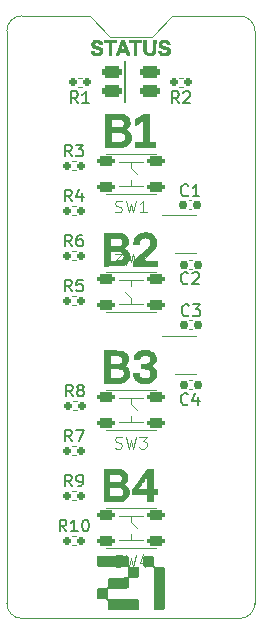
<source format=gbr>
G04 #@! TF.GenerationSoftware,KiCad,Pcbnew,7.0.5*
G04 #@! TF.CreationDate,2023-10-03T09:42:01+03:00*
G04 #@! TF.ProjectId,Pico_mod,5069636f-5f6d-46f6-942e-6b696361645f,rev?*
G04 #@! TF.SameCoordinates,Original*
G04 #@! TF.FileFunction,Legend,Top*
G04 #@! TF.FilePolarity,Positive*
%FSLAX46Y46*%
G04 Gerber Fmt 4.6, Leading zero omitted, Abs format (unit mm)*
G04 Created by KiCad (PCBNEW 7.0.5) date 2023-10-03 09:42:01*
%MOMM*%
%LPD*%
G01*
G04 APERTURE LIST*
G04 Aperture macros list*
%AMRoundRect*
0 Rectangle with rounded corners*
0 $1 Rounding radius*
0 $2 $3 $4 $5 $6 $7 $8 $9 X,Y pos of 4 corners*
0 Add a 4 corners polygon primitive as box body*
4,1,4,$2,$3,$4,$5,$6,$7,$8,$9,$2,$3,0*
0 Add four circle primitives for the rounded corners*
1,1,$1+$1,$2,$3*
1,1,$1+$1,$4,$5*
1,1,$1+$1,$6,$7*
1,1,$1+$1,$8,$9*
0 Add four rect primitives between the rounded corners*
20,1,$1+$1,$2,$3,$4,$5,0*
20,1,$1+$1,$4,$5,$6,$7,0*
20,1,$1+$1,$6,$7,$8,$9,0*
20,1,$1+$1,$8,$9,$2,$3,0*%
G04 Aperture macros list end*
%ADD10C,0.100000*%
%ADD11C,0.150000*%
%ADD12C,0.120000*%
%ADD13C,0.010000*%
%ADD14C,0.200000*%
%ADD15RoundRect,0.200000X-0.525000X-0.200000X0.525000X-0.200000X0.525000X0.200000X-0.525000X0.200000X0*%
%ADD16RoundRect,0.200000X0.525000X0.200000X-0.525000X0.200000X-0.525000X-0.200000X0.525000X-0.200000X0*%
%ADD17RoundRect,0.160000X-0.197500X-0.160000X0.197500X-0.160000X0.197500X0.160000X-0.197500X0.160000X0*%
%ADD18RoundRect,0.155000X-0.212500X-0.155000X0.212500X-0.155000X0.212500X0.155000X-0.212500X0.155000X0*%
%ADD19C,2.100000*%
%ADD20O,1.700000X1.700000*%
%ADD21R,1.700000X1.700000*%
%ADD22R,1.560000X0.650000*%
%ADD23RoundRect,0.160000X0.197500X0.160000X-0.197500X0.160000X-0.197500X-0.160000X0.197500X-0.160000X0*%
%ADD24RoundRect,0.262500X-0.587500X-0.262500X0.587500X-0.262500X0.587500X0.262500X-0.587500X0.262500X0*%
G04 #@! TA.AperFunction,Profile*
%ADD25C,0.100000*%
G04 #@! TD*
G04 APERTURE END LIST*
D10*
X9166667Y-16579800D02*
X9309524Y-16627419D01*
X9309524Y-16627419D02*
X9547619Y-16627419D01*
X9547619Y-16627419D02*
X9642857Y-16579800D01*
X9642857Y-16579800D02*
X9690476Y-16532180D01*
X9690476Y-16532180D02*
X9738095Y-16436942D01*
X9738095Y-16436942D02*
X9738095Y-16341704D01*
X9738095Y-16341704D02*
X9690476Y-16246466D01*
X9690476Y-16246466D02*
X9642857Y-16198847D01*
X9642857Y-16198847D02*
X9547619Y-16151228D01*
X9547619Y-16151228D02*
X9357143Y-16103609D01*
X9357143Y-16103609D02*
X9261905Y-16055990D01*
X9261905Y-16055990D02*
X9214286Y-16008371D01*
X9214286Y-16008371D02*
X9166667Y-15913133D01*
X9166667Y-15913133D02*
X9166667Y-15817895D01*
X9166667Y-15817895D02*
X9214286Y-15722657D01*
X9214286Y-15722657D02*
X9261905Y-15675038D01*
X9261905Y-15675038D02*
X9357143Y-15627419D01*
X9357143Y-15627419D02*
X9595238Y-15627419D01*
X9595238Y-15627419D02*
X9738095Y-15675038D01*
X10071429Y-15627419D02*
X10309524Y-16627419D01*
X10309524Y-16627419D02*
X10500000Y-15913133D01*
X10500000Y-15913133D02*
X10690476Y-16627419D01*
X10690476Y-16627419D02*
X10928572Y-15627419D01*
X11833333Y-16627419D02*
X11261905Y-16627419D01*
X11547619Y-16627419D02*
X11547619Y-15627419D01*
X11547619Y-15627419D02*
X11452381Y-15770276D01*
X11452381Y-15770276D02*
X11357143Y-15865514D01*
X11357143Y-15865514D02*
X11261905Y-15913133D01*
X11833332Y-20160200D02*
X11690475Y-20112580D01*
X11690475Y-20112580D02*
X11452380Y-20112580D01*
X11452380Y-20112580D02*
X11357142Y-20160200D01*
X11357142Y-20160200D02*
X11309523Y-20207819D01*
X11309523Y-20207819D02*
X11261904Y-20303057D01*
X11261904Y-20303057D02*
X11261904Y-20398295D01*
X11261904Y-20398295D02*
X11309523Y-20493533D01*
X11309523Y-20493533D02*
X11357142Y-20541152D01*
X11357142Y-20541152D02*
X11452380Y-20588771D01*
X11452380Y-20588771D02*
X11642856Y-20636390D01*
X11642856Y-20636390D02*
X11738094Y-20684009D01*
X11738094Y-20684009D02*
X11785713Y-20731628D01*
X11785713Y-20731628D02*
X11833332Y-20826866D01*
X11833332Y-20826866D02*
X11833332Y-20922104D01*
X11833332Y-20922104D02*
X11785713Y-21017342D01*
X11785713Y-21017342D02*
X11738094Y-21064961D01*
X11738094Y-21064961D02*
X11642856Y-21112580D01*
X11642856Y-21112580D02*
X11404761Y-21112580D01*
X11404761Y-21112580D02*
X11261904Y-21064961D01*
X10928570Y-21112580D02*
X10690475Y-20112580D01*
X10690475Y-20112580D02*
X10499999Y-20826866D01*
X10499999Y-20826866D02*
X10309523Y-20112580D01*
X10309523Y-20112580D02*
X10071428Y-21112580D01*
X9738094Y-21017342D02*
X9690475Y-21064961D01*
X9690475Y-21064961D02*
X9595237Y-21112580D01*
X9595237Y-21112580D02*
X9357142Y-21112580D01*
X9357142Y-21112580D02*
X9261904Y-21064961D01*
X9261904Y-21064961D02*
X9214285Y-21017342D01*
X9214285Y-21017342D02*
X9166666Y-20922104D01*
X9166666Y-20922104D02*
X9166666Y-20826866D01*
X9166666Y-20826866D02*
X9214285Y-20684009D01*
X9214285Y-20684009D02*
X9785713Y-20112580D01*
X9785713Y-20112580D02*
X9166666Y-20112580D01*
X9166667Y-36579800D02*
X9309524Y-36627419D01*
X9309524Y-36627419D02*
X9547619Y-36627419D01*
X9547619Y-36627419D02*
X9642857Y-36579800D01*
X9642857Y-36579800D02*
X9690476Y-36532180D01*
X9690476Y-36532180D02*
X9738095Y-36436942D01*
X9738095Y-36436942D02*
X9738095Y-36341704D01*
X9738095Y-36341704D02*
X9690476Y-36246466D01*
X9690476Y-36246466D02*
X9642857Y-36198847D01*
X9642857Y-36198847D02*
X9547619Y-36151228D01*
X9547619Y-36151228D02*
X9357143Y-36103609D01*
X9357143Y-36103609D02*
X9261905Y-36055990D01*
X9261905Y-36055990D02*
X9214286Y-36008371D01*
X9214286Y-36008371D02*
X9166667Y-35913133D01*
X9166667Y-35913133D02*
X9166667Y-35817895D01*
X9166667Y-35817895D02*
X9214286Y-35722657D01*
X9214286Y-35722657D02*
X9261905Y-35675038D01*
X9261905Y-35675038D02*
X9357143Y-35627419D01*
X9357143Y-35627419D02*
X9595238Y-35627419D01*
X9595238Y-35627419D02*
X9738095Y-35675038D01*
X10071429Y-35627419D02*
X10309524Y-36627419D01*
X10309524Y-36627419D02*
X10500000Y-35913133D01*
X10500000Y-35913133D02*
X10690476Y-36627419D01*
X10690476Y-36627419D02*
X10928572Y-35627419D01*
X11214286Y-35627419D02*
X11833333Y-35627419D01*
X11833333Y-35627419D02*
X11500000Y-36008371D01*
X11500000Y-36008371D02*
X11642857Y-36008371D01*
X11642857Y-36008371D02*
X11738095Y-36055990D01*
X11738095Y-36055990D02*
X11785714Y-36103609D01*
X11785714Y-36103609D02*
X11833333Y-36198847D01*
X11833333Y-36198847D02*
X11833333Y-36436942D01*
X11833333Y-36436942D02*
X11785714Y-36532180D01*
X11785714Y-36532180D02*
X11738095Y-36579800D01*
X11738095Y-36579800D02*
X11642857Y-36627419D01*
X11642857Y-36627419D02*
X11357143Y-36627419D01*
X11357143Y-36627419D02*
X11261905Y-36579800D01*
X11261905Y-36579800D02*
X11214286Y-36532180D01*
X9166667Y-46579800D02*
X9309524Y-46627419D01*
X9309524Y-46627419D02*
X9547619Y-46627419D01*
X9547619Y-46627419D02*
X9642857Y-46579800D01*
X9642857Y-46579800D02*
X9690476Y-46532180D01*
X9690476Y-46532180D02*
X9738095Y-46436942D01*
X9738095Y-46436942D02*
X9738095Y-46341704D01*
X9738095Y-46341704D02*
X9690476Y-46246466D01*
X9690476Y-46246466D02*
X9642857Y-46198847D01*
X9642857Y-46198847D02*
X9547619Y-46151228D01*
X9547619Y-46151228D02*
X9357143Y-46103609D01*
X9357143Y-46103609D02*
X9261905Y-46055990D01*
X9261905Y-46055990D02*
X9214286Y-46008371D01*
X9214286Y-46008371D02*
X9166667Y-45913133D01*
X9166667Y-45913133D02*
X9166667Y-45817895D01*
X9166667Y-45817895D02*
X9214286Y-45722657D01*
X9214286Y-45722657D02*
X9261905Y-45675038D01*
X9261905Y-45675038D02*
X9357143Y-45627419D01*
X9357143Y-45627419D02*
X9595238Y-45627419D01*
X9595238Y-45627419D02*
X9738095Y-45675038D01*
X10071429Y-45627419D02*
X10309524Y-46627419D01*
X10309524Y-46627419D02*
X10500000Y-45913133D01*
X10500000Y-45913133D02*
X10690476Y-46627419D01*
X10690476Y-46627419D02*
X10928572Y-45627419D01*
X11738095Y-45960752D02*
X11738095Y-46627419D01*
X11500000Y-45579800D02*
X11261905Y-46294085D01*
X11261905Y-46294085D02*
X11880952Y-46294085D01*
D11*
X5510833Y-11884819D02*
X5177500Y-11408628D01*
X4939405Y-11884819D02*
X4939405Y-10884819D01*
X4939405Y-10884819D02*
X5320357Y-10884819D01*
X5320357Y-10884819D02*
X5415595Y-10932438D01*
X5415595Y-10932438D02*
X5463214Y-10980057D01*
X5463214Y-10980057D02*
X5510833Y-11075295D01*
X5510833Y-11075295D02*
X5510833Y-11218152D01*
X5510833Y-11218152D02*
X5463214Y-11313390D01*
X5463214Y-11313390D02*
X5415595Y-11361009D01*
X5415595Y-11361009D02*
X5320357Y-11408628D01*
X5320357Y-11408628D02*
X4939405Y-11408628D01*
X5844167Y-10884819D02*
X6463214Y-10884819D01*
X6463214Y-10884819D02*
X6129881Y-11265771D01*
X6129881Y-11265771D02*
X6272738Y-11265771D01*
X6272738Y-11265771D02*
X6367976Y-11313390D01*
X6367976Y-11313390D02*
X6415595Y-11361009D01*
X6415595Y-11361009D02*
X6463214Y-11456247D01*
X6463214Y-11456247D02*
X6463214Y-11694342D01*
X6463214Y-11694342D02*
X6415595Y-11789580D01*
X6415595Y-11789580D02*
X6367976Y-11837200D01*
X6367976Y-11837200D02*
X6272738Y-11884819D01*
X6272738Y-11884819D02*
X5987024Y-11884819D01*
X5987024Y-11884819D02*
X5891786Y-11837200D01*
X5891786Y-11837200D02*
X5844167Y-11789580D01*
X15333333Y-22609580D02*
X15285714Y-22657200D01*
X15285714Y-22657200D02*
X15142857Y-22704819D01*
X15142857Y-22704819D02*
X15047619Y-22704819D01*
X15047619Y-22704819D02*
X14904762Y-22657200D01*
X14904762Y-22657200D02*
X14809524Y-22561961D01*
X14809524Y-22561961D02*
X14761905Y-22466723D01*
X14761905Y-22466723D02*
X14714286Y-22276247D01*
X14714286Y-22276247D02*
X14714286Y-22133390D01*
X14714286Y-22133390D02*
X14761905Y-21942914D01*
X14761905Y-21942914D02*
X14809524Y-21847676D01*
X14809524Y-21847676D02*
X14904762Y-21752438D01*
X14904762Y-21752438D02*
X15047619Y-21704819D01*
X15047619Y-21704819D02*
X15142857Y-21704819D01*
X15142857Y-21704819D02*
X15285714Y-21752438D01*
X15285714Y-21752438D02*
X15333333Y-21800057D01*
X15714286Y-21800057D02*
X15761905Y-21752438D01*
X15761905Y-21752438D02*
X15857143Y-21704819D01*
X15857143Y-21704819D02*
X16095238Y-21704819D01*
X16095238Y-21704819D02*
X16190476Y-21752438D01*
X16190476Y-21752438D02*
X16238095Y-21800057D01*
X16238095Y-21800057D02*
X16285714Y-21895295D01*
X16285714Y-21895295D02*
X16285714Y-21990533D01*
X16285714Y-21990533D02*
X16238095Y-22133390D01*
X16238095Y-22133390D02*
X15666667Y-22704819D01*
X15666667Y-22704819D02*
X16285714Y-22704819D01*
X5034642Y-43634819D02*
X4701309Y-43158628D01*
X4463214Y-43634819D02*
X4463214Y-42634819D01*
X4463214Y-42634819D02*
X4844166Y-42634819D01*
X4844166Y-42634819D02*
X4939404Y-42682438D01*
X4939404Y-42682438D02*
X4987023Y-42730057D01*
X4987023Y-42730057D02*
X5034642Y-42825295D01*
X5034642Y-42825295D02*
X5034642Y-42968152D01*
X5034642Y-42968152D02*
X4987023Y-43063390D01*
X4987023Y-43063390D02*
X4939404Y-43111009D01*
X4939404Y-43111009D02*
X4844166Y-43158628D01*
X4844166Y-43158628D02*
X4463214Y-43158628D01*
X5987023Y-43634819D02*
X5415595Y-43634819D01*
X5701309Y-43634819D02*
X5701309Y-42634819D01*
X5701309Y-42634819D02*
X5606071Y-42777676D01*
X5606071Y-42777676D02*
X5510833Y-42872914D01*
X5510833Y-42872914D02*
X5415595Y-42920533D01*
X6606071Y-42634819D02*
X6701309Y-42634819D01*
X6701309Y-42634819D02*
X6796547Y-42682438D01*
X6796547Y-42682438D02*
X6844166Y-42730057D01*
X6844166Y-42730057D02*
X6891785Y-42825295D01*
X6891785Y-42825295D02*
X6939404Y-43015771D01*
X6939404Y-43015771D02*
X6939404Y-43253866D01*
X6939404Y-43253866D02*
X6891785Y-43444342D01*
X6891785Y-43444342D02*
X6844166Y-43539580D01*
X6844166Y-43539580D02*
X6796547Y-43587200D01*
X6796547Y-43587200D02*
X6701309Y-43634819D01*
X6701309Y-43634819D02*
X6606071Y-43634819D01*
X6606071Y-43634819D02*
X6510833Y-43587200D01*
X6510833Y-43587200D02*
X6463214Y-43539580D01*
X6463214Y-43539580D02*
X6415595Y-43444342D01*
X6415595Y-43444342D02*
X6367976Y-43253866D01*
X6367976Y-43253866D02*
X6367976Y-43015771D01*
X6367976Y-43015771D02*
X6415595Y-42825295D01*
X6415595Y-42825295D02*
X6463214Y-42730057D01*
X6463214Y-42730057D02*
X6510833Y-42682438D01*
X6510833Y-42682438D02*
X6606071Y-42634819D01*
X5510833Y-23314819D02*
X5177500Y-22838628D01*
X4939405Y-23314819D02*
X4939405Y-22314819D01*
X4939405Y-22314819D02*
X5320357Y-22314819D01*
X5320357Y-22314819D02*
X5415595Y-22362438D01*
X5415595Y-22362438D02*
X5463214Y-22410057D01*
X5463214Y-22410057D02*
X5510833Y-22505295D01*
X5510833Y-22505295D02*
X5510833Y-22648152D01*
X5510833Y-22648152D02*
X5463214Y-22743390D01*
X5463214Y-22743390D02*
X5415595Y-22791009D01*
X5415595Y-22791009D02*
X5320357Y-22838628D01*
X5320357Y-22838628D02*
X4939405Y-22838628D01*
X6415595Y-22314819D02*
X5939405Y-22314819D01*
X5939405Y-22314819D02*
X5891786Y-22791009D01*
X5891786Y-22791009D02*
X5939405Y-22743390D01*
X5939405Y-22743390D02*
X6034643Y-22695771D01*
X6034643Y-22695771D02*
X6272738Y-22695771D01*
X6272738Y-22695771D02*
X6367976Y-22743390D01*
X6367976Y-22743390D02*
X6415595Y-22791009D01*
X6415595Y-22791009D02*
X6463214Y-22886247D01*
X6463214Y-22886247D02*
X6463214Y-23124342D01*
X6463214Y-23124342D02*
X6415595Y-23219580D01*
X6415595Y-23219580D02*
X6367976Y-23267200D01*
X6367976Y-23267200D02*
X6272738Y-23314819D01*
X6272738Y-23314819D02*
X6034643Y-23314819D01*
X6034643Y-23314819D02*
X5939405Y-23267200D01*
X5939405Y-23267200D02*
X5891786Y-23219580D01*
X15345833Y-15174580D02*
X15298214Y-15222200D01*
X15298214Y-15222200D02*
X15155357Y-15269819D01*
X15155357Y-15269819D02*
X15060119Y-15269819D01*
X15060119Y-15269819D02*
X14917262Y-15222200D01*
X14917262Y-15222200D02*
X14822024Y-15126961D01*
X14822024Y-15126961D02*
X14774405Y-15031723D01*
X14774405Y-15031723D02*
X14726786Y-14841247D01*
X14726786Y-14841247D02*
X14726786Y-14698390D01*
X14726786Y-14698390D02*
X14774405Y-14507914D01*
X14774405Y-14507914D02*
X14822024Y-14412676D01*
X14822024Y-14412676D02*
X14917262Y-14317438D01*
X14917262Y-14317438D02*
X15060119Y-14269819D01*
X15060119Y-14269819D02*
X15155357Y-14269819D01*
X15155357Y-14269819D02*
X15298214Y-14317438D01*
X15298214Y-14317438D02*
X15345833Y-14365057D01*
X16298214Y-15269819D02*
X15726786Y-15269819D01*
X16012500Y-15269819D02*
X16012500Y-14269819D01*
X16012500Y-14269819D02*
X15917262Y-14412676D01*
X15917262Y-14412676D02*
X15822024Y-14507914D01*
X15822024Y-14507914D02*
X15726786Y-14555533D01*
X5510833Y-36014819D02*
X5177500Y-35538628D01*
X4939405Y-36014819D02*
X4939405Y-35014819D01*
X4939405Y-35014819D02*
X5320357Y-35014819D01*
X5320357Y-35014819D02*
X5415595Y-35062438D01*
X5415595Y-35062438D02*
X5463214Y-35110057D01*
X5463214Y-35110057D02*
X5510833Y-35205295D01*
X5510833Y-35205295D02*
X5510833Y-35348152D01*
X5510833Y-35348152D02*
X5463214Y-35443390D01*
X5463214Y-35443390D02*
X5415595Y-35491009D01*
X5415595Y-35491009D02*
X5320357Y-35538628D01*
X5320357Y-35538628D02*
X4939405Y-35538628D01*
X5844167Y-35014819D02*
X6510833Y-35014819D01*
X6510833Y-35014819D02*
X6082262Y-36014819D01*
X14561833Y-7386819D02*
X14228500Y-6910628D01*
X13990405Y-7386819D02*
X13990405Y-6386819D01*
X13990405Y-6386819D02*
X14371357Y-6386819D01*
X14371357Y-6386819D02*
X14466595Y-6434438D01*
X14466595Y-6434438D02*
X14514214Y-6482057D01*
X14514214Y-6482057D02*
X14561833Y-6577295D01*
X14561833Y-6577295D02*
X14561833Y-6720152D01*
X14561833Y-6720152D02*
X14514214Y-6815390D01*
X14514214Y-6815390D02*
X14466595Y-6863009D01*
X14466595Y-6863009D02*
X14371357Y-6910628D01*
X14371357Y-6910628D02*
X13990405Y-6910628D01*
X14942786Y-6482057D02*
X14990405Y-6434438D01*
X14990405Y-6434438D02*
X15085643Y-6386819D01*
X15085643Y-6386819D02*
X15323738Y-6386819D01*
X15323738Y-6386819D02*
X15418976Y-6434438D01*
X15418976Y-6434438D02*
X15466595Y-6482057D01*
X15466595Y-6482057D02*
X15514214Y-6577295D01*
X15514214Y-6577295D02*
X15514214Y-6672533D01*
X15514214Y-6672533D02*
X15466595Y-6815390D01*
X15466595Y-6815390D02*
X14895167Y-7386819D01*
X14895167Y-7386819D02*
X15514214Y-7386819D01*
X5510833Y-19504819D02*
X5177500Y-19028628D01*
X4939405Y-19504819D02*
X4939405Y-18504819D01*
X4939405Y-18504819D02*
X5320357Y-18504819D01*
X5320357Y-18504819D02*
X5415595Y-18552438D01*
X5415595Y-18552438D02*
X5463214Y-18600057D01*
X5463214Y-18600057D02*
X5510833Y-18695295D01*
X5510833Y-18695295D02*
X5510833Y-18838152D01*
X5510833Y-18838152D02*
X5463214Y-18933390D01*
X5463214Y-18933390D02*
X5415595Y-18981009D01*
X5415595Y-18981009D02*
X5320357Y-19028628D01*
X5320357Y-19028628D02*
X4939405Y-19028628D01*
X6367976Y-18504819D02*
X6177500Y-18504819D01*
X6177500Y-18504819D02*
X6082262Y-18552438D01*
X6082262Y-18552438D02*
X6034643Y-18600057D01*
X6034643Y-18600057D02*
X5939405Y-18742914D01*
X5939405Y-18742914D02*
X5891786Y-18933390D01*
X5891786Y-18933390D02*
X5891786Y-19314342D01*
X5891786Y-19314342D02*
X5939405Y-19409580D01*
X5939405Y-19409580D02*
X5987024Y-19457200D01*
X5987024Y-19457200D02*
X6082262Y-19504819D01*
X6082262Y-19504819D02*
X6272738Y-19504819D01*
X6272738Y-19504819D02*
X6367976Y-19457200D01*
X6367976Y-19457200D02*
X6415595Y-19409580D01*
X6415595Y-19409580D02*
X6463214Y-19314342D01*
X6463214Y-19314342D02*
X6463214Y-19076247D01*
X6463214Y-19076247D02*
X6415595Y-18981009D01*
X6415595Y-18981009D02*
X6367976Y-18933390D01*
X6367976Y-18933390D02*
X6272738Y-18885771D01*
X6272738Y-18885771D02*
X6082262Y-18885771D01*
X6082262Y-18885771D02*
X5987024Y-18933390D01*
X5987024Y-18933390D02*
X5939405Y-18981009D01*
X5939405Y-18981009D02*
X5891786Y-19076247D01*
X15413333Y-25334580D02*
X15365714Y-25382200D01*
X15365714Y-25382200D02*
X15222857Y-25429819D01*
X15222857Y-25429819D02*
X15127619Y-25429819D01*
X15127619Y-25429819D02*
X14984762Y-25382200D01*
X14984762Y-25382200D02*
X14889524Y-25286961D01*
X14889524Y-25286961D02*
X14841905Y-25191723D01*
X14841905Y-25191723D02*
X14794286Y-25001247D01*
X14794286Y-25001247D02*
X14794286Y-24858390D01*
X14794286Y-24858390D02*
X14841905Y-24667914D01*
X14841905Y-24667914D02*
X14889524Y-24572676D01*
X14889524Y-24572676D02*
X14984762Y-24477438D01*
X14984762Y-24477438D02*
X15127619Y-24429819D01*
X15127619Y-24429819D02*
X15222857Y-24429819D01*
X15222857Y-24429819D02*
X15365714Y-24477438D01*
X15365714Y-24477438D02*
X15413333Y-24525057D01*
X15746667Y-24429819D02*
X16365714Y-24429819D01*
X16365714Y-24429819D02*
X16032381Y-24810771D01*
X16032381Y-24810771D02*
X16175238Y-24810771D01*
X16175238Y-24810771D02*
X16270476Y-24858390D01*
X16270476Y-24858390D02*
X16318095Y-24906009D01*
X16318095Y-24906009D02*
X16365714Y-25001247D01*
X16365714Y-25001247D02*
X16365714Y-25239342D01*
X16365714Y-25239342D02*
X16318095Y-25334580D01*
X16318095Y-25334580D02*
X16270476Y-25382200D01*
X16270476Y-25382200D02*
X16175238Y-25429819D01*
X16175238Y-25429819D02*
X15889524Y-25429819D01*
X15889524Y-25429819D02*
X15794286Y-25382200D01*
X15794286Y-25382200D02*
X15746667Y-25334580D01*
X6015333Y-7386819D02*
X5682000Y-6910628D01*
X5443905Y-7386819D02*
X5443905Y-6386819D01*
X5443905Y-6386819D02*
X5824857Y-6386819D01*
X5824857Y-6386819D02*
X5920095Y-6434438D01*
X5920095Y-6434438D02*
X5967714Y-6482057D01*
X5967714Y-6482057D02*
X6015333Y-6577295D01*
X6015333Y-6577295D02*
X6015333Y-6720152D01*
X6015333Y-6720152D02*
X5967714Y-6815390D01*
X5967714Y-6815390D02*
X5920095Y-6863009D01*
X5920095Y-6863009D02*
X5824857Y-6910628D01*
X5824857Y-6910628D02*
X5443905Y-6910628D01*
X6967714Y-7386819D02*
X6396286Y-7386819D01*
X6682000Y-7386819D02*
X6682000Y-6386819D01*
X6682000Y-6386819D02*
X6586762Y-6529676D01*
X6586762Y-6529676D02*
X6491524Y-6624914D01*
X6491524Y-6624914D02*
X6396286Y-6672533D01*
X5510833Y-15694819D02*
X5177500Y-15218628D01*
X4939405Y-15694819D02*
X4939405Y-14694819D01*
X4939405Y-14694819D02*
X5320357Y-14694819D01*
X5320357Y-14694819D02*
X5415595Y-14742438D01*
X5415595Y-14742438D02*
X5463214Y-14790057D01*
X5463214Y-14790057D02*
X5510833Y-14885295D01*
X5510833Y-14885295D02*
X5510833Y-15028152D01*
X5510833Y-15028152D02*
X5463214Y-15123390D01*
X5463214Y-15123390D02*
X5415595Y-15171009D01*
X5415595Y-15171009D02*
X5320357Y-15218628D01*
X5320357Y-15218628D02*
X4939405Y-15218628D01*
X6367976Y-15028152D02*
X6367976Y-15694819D01*
X6129881Y-14647200D02*
X5891786Y-15361485D01*
X5891786Y-15361485D02*
X6510833Y-15361485D01*
X5510833Y-39824819D02*
X5177500Y-39348628D01*
X4939405Y-39824819D02*
X4939405Y-38824819D01*
X4939405Y-38824819D02*
X5320357Y-38824819D01*
X5320357Y-38824819D02*
X5415595Y-38872438D01*
X5415595Y-38872438D02*
X5463214Y-38920057D01*
X5463214Y-38920057D02*
X5510833Y-39015295D01*
X5510833Y-39015295D02*
X5510833Y-39158152D01*
X5510833Y-39158152D02*
X5463214Y-39253390D01*
X5463214Y-39253390D02*
X5415595Y-39301009D01*
X5415595Y-39301009D02*
X5320357Y-39348628D01*
X5320357Y-39348628D02*
X4939405Y-39348628D01*
X5987024Y-39824819D02*
X6177500Y-39824819D01*
X6177500Y-39824819D02*
X6272738Y-39777200D01*
X6272738Y-39777200D02*
X6320357Y-39729580D01*
X6320357Y-39729580D02*
X6415595Y-39586723D01*
X6415595Y-39586723D02*
X6463214Y-39396247D01*
X6463214Y-39396247D02*
X6463214Y-39015295D01*
X6463214Y-39015295D02*
X6415595Y-38920057D01*
X6415595Y-38920057D02*
X6367976Y-38872438D01*
X6367976Y-38872438D02*
X6272738Y-38824819D01*
X6272738Y-38824819D02*
X6082262Y-38824819D01*
X6082262Y-38824819D02*
X5987024Y-38872438D01*
X5987024Y-38872438D02*
X5939405Y-38920057D01*
X5939405Y-38920057D02*
X5891786Y-39015295D01*
X5891786Y-39015295D02*
X5891786Y-39253390D01*
X5891786Y-39253390D02*
X5939405Y-39348628D01*
X5939405Y-39348628D02*
X5987024Y-39396247D01*
X5987024Y-39396247D02*
X6082262Y-39443866D01*
X6082262Y-39443866D02*
X6272738Y-39443866D01*
X6272738Y-39443866D02*
X6367976Y-39396247D01*
X6367976Y-39396247D02*
X6415595Y-39348628D01*
X6415595Y-39348628D02*
X6463214Y-39253390D01*
X5585833Y-32204819D02*
X5252500Y-31728628D01*
X5014405Y-32204819D02*
X5014405Y-31204819D01*
X5014405Y-31204819D02*
X5395357Y-31204819D01*
X5395357Y-31204819D02*
X5490595Y-31252438D01*
X5490595Y-31252438D02*
X5538214Y-31300057D01*
X5538214Y-31300057D02*
X5585833Y-31395295D01*
X5585833Y-31395295D02*
X5585833Y-31538152D01*
X5585833Y-31538152D02*
X5538214Y-31633390D01*
X5538214Y-31633390D02*
X5490595Y-31681009D01*
X5490595Y-31681009D02*
X5395357Y-31728628D01*
X5395357Y-31728628D02*
X5014405Y-31728628D01*
X6157262Y-31633390D02*
X6062024Y-31585771D01*
X6062024Y-31585771D02*
X6014405Y-31538152D01*
X6014405Y-31538152D02*
X5966786Y-31442914D01*
X5966786Y-31442914D02*
X5966786Y-31395295D01*
X5966786Y-31395295D02*
X6014405Y-31300057D01*
X6014405Y-31300057D02*
X6062024Y-31252438D01*
X6062024Y-31252438D02*
X6157262Y-31204819D01*
X6157262Y-31204819D02*
X6347738Y-31204819D01*
X6347738Y-31204819D02*
X6442976Y-31252438D01*
X6442976Y-31252438D02*
X6490595Y-31300057D01*
X6490595Y-31300057D02*
X6538214Y-31395295D01*
X6538214Y-31395295D02*
X6538214Y-31442914D01*
X6538214Y-31442914D02*
X6490595Y-31538152D01*
X6490595Y-31538152D02*
X6442976Y-31585771D01*
X6442976Y-31585771D02*
X6347738Y-31633390D01*
X6347738Y-31633390D02*
X6157262Y-31633390D01*
X6157262Y-31633390D02*
X6062024Y-31681009D01*
X6062024Y-31681009D02*
X6014405Y-31728628D01*
X6014405Y-31728628D02*
X5966786Y-31823866D01*
X5966786Y-31823866D02*
X5966786Y-32014342D01*
X5966786Y-32014342D02*
X6014405Y-32109580D01*
X6014405Y-32109580D02*
X6062024Y-32157200D01*
X6062024Y-32157200D02*
X6157262Y-32204819D01*
X6157262Y-32204819D02*
X6347738Y-32204819D01*
X6347738Y-32204819D02*
X6442976Y-32157200D01*
X6442976Y-32157200D02*
X6490595Y-32109580D01*
X6490595Y-32109580D02*
X6538214Y-32014342D01*
X6538214Y-32014342D02*
X6538214Y-31823866D01*
X6538214Y-31823866D02*
X6490595Y-31728628D01*
X6490595Y-31728628D02*
X6442976Y-31681009D01*
X6442976Y-31681009D02*
X6347738Y-31633390D01*
X15333333Y-32859580D02*
X15285714Y-32907200D01*
X15285714Y-32907200D02*
X15142857Y-32954819D01*
X15142857Y-32954819D02*
X15047619Y-32954819D01*
X15047619Y-32954819D02*
X14904762Y-32907200D01*
X14904762Y-32907200D02*
X14809524Y-32811961D01*
X14809524Y-32811961D02*
X14761905Y-32716723D01*
X14761905Y-32716723D02*
X14714286Y-32526247D01*
X14714286Y-32526247D02*
X14714286Y-32383390D01*
X14714286Y-32383390D02*
X14761905Y-32192914D01*
X14761905Y-32192914D02*
X14809524Y-32097676D01*
X14809524Y-32097676D02*
X14904762Y-32002438D01*
X14904762Y-32002438D02*
X15047619Y-31954819D01*
X15047619Y-31954819D02*
X15142857Y-31954819D01*
X15142857Y-31954819D02*
X15285714Y-32002438D01*
X15285714Y-32002438D02*
X15333333Y-32050057D01*
X16190476Y-32288152D02*
X16190476Y-32954819D01*
X15952381Y-31907200D02*
X15714286Y-32621485D01*
X15714286Y-32621485D02*
X16333333Y-32621485D01*
D10*
X8400000Y-11670000D02*
X12600000Y-11670000D01*
X8400000Y-15070000D02*
X12600000Y-15070000D01*
X9500000Y-12370000D02*
X11500000Y-12370000D01*
X9500000Y-14370000D02*
X11500000Y-14370000D01*
X10500000Y-12370000D02*
X10500000Y-12870000D01*
X10500000Y-12870000D02*
X11000000Y-13370000D01*
X10500000Y-14370000D02*
X10500000Y-13870000D01*
X12600000Y-25070000D02*
X8400000Y-25070000D01*
X12600000Y-21670000D02*
X8400000Y-21670000D01*
X11500000Y-24370000D02*
X9500000Y-24370000D01*
X11500000Y-22370000D02*
X9500000Y-22370000D01*
X10500000Y-24370000D02*
X10500000Y-23870000D01*
X10500000Y-23870000D02*
X10000000Y-23370000D01*
X10500000Y-22370000D02*
X10500000Y-22870000D01*
X8400000Y-31670000D02*
X12600000Y-31670000D01*
X8400000Y-35070000D02*
X12600000Y-35070000D01*
X9500000Y-32370000D02*
X11500000Y-32370000D01*
X9500000Y-34370000D02*
X11500000Y-34370000D01*
X10500000Y-32370000D02*
X10500000Y-32870000D01*
X10500000Y-32870000D02*
X11000000Y-33370000D01*
X10500000Y-34370000D02*
X10500000Y-33870000D01*
X8400000Y-41670000D02*
X12600000Y-41670000D01*
X8400000Y-45070000D02*
X12600000Y-45070000D01*
X9500000Y-42370000D02*
X11500000Y-42370000D01*
X9500000Y-44370000D02*
X11500000Y-44370000D01*
X10500000Y-42370000D02*
X10500000Y-42870000D01*
X10500000Y-42870000D02*
X11000000Y-43370000D01*
X10500000Y-44370000D02*
X10500000Y-43870000D01*
D12*
X5509879Y-12320000D02*
X5845121Y-12320000D01*
X5509879Y-13080000D02*
X5845121Y-13080000D01*
X15464165Y-20695000D02*
X15695835Y-20695000D01*
X15464165Y-21415000D02*
X15695835Y-21415000D01*
D13*
X9272500Y-2244900D02*
X8853400Y-2244900D01*
X8853400Y-3311700D01*
X8624800Y-3311700D01*
X8624800Y-2244900D01*
X8205700Y-2244900D01*
X8205700Y-2041700D01*
X9272500Y-2041700D01*
X9272500Y-2244900D01*
G36*
X9272500Y-2244900D02*
G01*
X8853400Y-2244900D01*
X8853400Y-3311700D01*
X8624800Y-3311700D01*
X8624800Y-2244900D01*
X8205700Y-2244900D01*
X8205700Y-2041700D01*
X9272500Y-2041700D01*
X9272500Y-2244900D01*
G37*
X11380700Y-2244900D02*
X10961600Y-2244900D01*
X10961600Y-3311700D01*
X10733000Y-3311700D01*
X10733000Y-2244900D01*
X10313900Y-2244900D01*
X10313900Y-2041700D01*
X11380700Y-2041700D01*
X11380700Y-2244900D01*
G36*
X11380700Y-2244900D02*
G01*
X10961600Y-2244900D01*
X10961600Y-3311700D01*
X10733000Y-3311700D01*
X10733000Y-2244900D01*
X10313900Y-2244900D01*
X10313900Y-2041700D01*
X11380700Y-2041700D01*
X11380700Y-2244900D01*
G37*
X11803774Y-8267591D02*
X12034750Y-8271050D01*
X12041230Y-10652300D01*
X12574500Y-10652300D01*
X12574500Y-11084100D01*
X10885400Y-11084100D01*
X10885400Y-10652300D01*
X11545800Y-10652300D01*
X11545800Y-8795085D01*
X11504525Y-8825949D01*
X11470086Y-8851248D01*
X11422259Y-8885746D01*
X11364158Y-8927256D01*
X11298900Y-8973588D01*
X11229601Y-9022555D01*
X11159377Y-9071969D01*
X11091344Y-9119640D01*
X11028618Y-9163380D01*
X10974314Y-9201002D01*
X10931550Y-9230316D01*
X10903440Y-9249135D01*
X10893170Y-9255300D01*
X10890796Y-9243237D01*
X10888715Y-9209597D01*
X10887045Y-9158204D01*
X10885904Y-9092879D01*
X10885410Y-9017444D01*
X10885400Y-9004052D01*
X10885400Y-8752805D01*
X11572798Y-8264133D01*
X11803774Y-8267591D01*
G36*
X11803774Y-8267591D02*
G01*
X12034750Y-8271050D01*
X12041230Y-10652300D01*
X12574500Y-10652300D01*
X12574500Y-11084100D01*
X10885400Y-11084100D01*
X10885400Y-10652300D01*
X11545800Y-10652300D01*
X11545800Y-8795085D01*
X11504525Y-8825949D01*
X11470086Y-8851248D01*
X11422259Y-8885746D01*
X11364158Y-8927256D01*
X11298900Y-8973588D01*
X11229601Y-9022555D01*
X11159377Y-9071969D01*
X11091344Y-9119640D01*
X11028618Y-9163380D01*
X10974314Y-9201002D01*
X10931550Y-9230316D01*
X10903440Y-9249135D01*
X10893170Y-9255300D01*
X10890796Y-9243237D01*
X10888715Y-9209597D01*
X10887045Y-9158204D01*
X10885904Y-9092879D01*
X10885410Y-9017444D01*
X10885400Y-9004052D01*
X10885400Y-8752805D01*
X11572798Y-8264133D01*
X11803774Y-8267591D01*
G37*
X11776558Y-2476675D02*
X11780750Y-2911650D01*
X11818850Y-2987850D01*
X11860648Y-3051775D01*
X11913723Y-3095492D01*
X11981872Y-3121463D01*
X12038473Y-3130216D01*
X12129938Y-3128443D01*
X12207466Y-3105438D01*
X12271079Y-3061190D01*
X12320797Y-2995690D01*
X12324231Y-2989427D01*
X12331660Y-2974711D01*
X12337677Y-2959353D01*
X12342457Y-2940582D01*
X12346177Y-2915627D01*
X12349013Y-2881718D01*
X12351142Y-2836084D01*
X12352739Y-2775955D01*
X12353980Y-2698559D01*
X12355042Y-2601127D01*
X12356030Y-2489375D01*
X12359810Y-2041700D01*
X12588632Y-2041700D01*
X12584616Y-2508425D01*
X12583517Y-2629991D01*
X12582410Y-2728966D01*
X12581123Y-2808159D01*
X12579485Y-2870378D01*
X12577323Y-2918433D01*
X12574467Y-2955131D01*
X12570745Y-2983281D01*
X12565984Y-3005692D01*
X12560015Y-3025172D01*
X12552664Y-3044530D01*
X12551726Y-3046868D01*
X12510639Y-3123670D01*
X12453901Y-3195053D01*
X12388680Y-3252529D01*
X12365136Y-3267812D01*
X12293807Y-3299065D01*
X12206190Y-3321135D01*
X12110042Y-3333023D01*
X12013118Y-3333732D01*
X11930225Y-3323713D01*
X11829794Y-3293078D01*
X11741632Y-3244424D01*
X11669772Y-3180330D01*
X11636519Y-3136100D01*
X11616267Y-3103065D01*
X11599634Y-3071938D01*
X11586227Y-3039812D01*
X11575651Y-3003778D01*
X11567513Y-2960926D01*
X11561418Y-2908348D01*
X11556973Y-2843135D01*
X11553783Y-2762379D01*
X11551454Y-2663170D01*
X11549593Y-2542600D01*
X11548911Y-2489375D01*
X11543357Y-2041700D01*
X11772367Y-2041700D01*
X11776558Y-2476675D01*
G36*
X11776558Y-2476675D02*
G01*
X11780750Y-2911650D01*
X11818850Y-2987850D01*
X11860648Y-3051775D01*
X11913723Y-3095492D01*
X11981872Y-3121463D01*
X12038473Y-3130216D01*
X12129938Y-3128443D01*
X12207466Y-3105438D01*
X12271079Y-3061190D01*
X12320797Y-2995690D01*
X12324231Y-2989427D01*
X12331660Y-2974711D01*
X12337677Y-2959353D01*
X12342457Y-2940582D01*
X12346177Y-2915627D01*
X12349013Y-2881718D01*
X12351142Y-2836084D01*
X12352739Y-2775955D01*
X12353980Y-2698559D01*
X12355042Y-2601127D01*
X12356030Y-2489375D01*
X12359810Y-2041700D01*
X12588632Y-2041700D01*
X12584616Y-2508425D01*
X12583517Y-2629991D01*
X12582410Y-2728966D01*
X12581123Y-2808159D01*
X12579485Y-2870378D01*
X12577323Y-2918433D01*
X12574467Y-2955131D01*
X12570745Y-2983281D01*
X12565984Y-3005692D01*
X12560015Y-3025172D01*
X12552664Y-3044530D01*
X12551726Y-3046868D01*
X12510639Y-3123670D01*
X12453901Y-3195053D01*
X12388680Y-3252529D01*
X12365136Y-3267812D01*
X12293807Y-3299065D01*
X12206190Y-3321135D01*
X12110042Y-3333023D01*
X12013118Y-3333732D01*
X11930225Y-3323713D01*
X11829794Y-3293078D01*
X11741632Y-3244424D01*
X11669772Y-3180330D01*
X11636519Y-3136100D01*
X11616267Y-3103065D01*
X11599634Y-3071938D01*
X11586227Y-3039812D01*
X11575651Y-3003778D01*
X11567513Y-2960926D01*
X11561418Y-2908348D01*
X11556973Y-2843135D01*
X11553783Y-2762379D01*
X11551454Y-2663170D01*
X11549593Y-2542600D01*
X11548911Y-2489375D01*
X11543357Y-2041700D01*
X11772367Y-2041700D01*
X11776558Y-2476675D01*
G37*
X12371300Y-40052800D02*
X12701500Y-40052800D01*
X12701500Y-40471900D01*
X12371300Y-40471900D01*
X12371300Y-41081500D01*
X11901400Y-41081500D01*
X11901400Y-40472124D01*
X10561550Y-40465550D01*
X10557996Y-40303726D01*
X10557157Y-40229586D01*
X10558655Y-40176249D01*
X10562846Y-40139194D01*
X10570085Y-40113901D01*
X10573467Y-40106876D01*
X10583873Y-40091562D01*
X10608415Y-40057527D01*
X10623512Y-40036925D01*
X11059827Y-40036925D01*
X11061055Y-40041352D01*
X11073759Y-40044923D01*
X11099999Y-40047718D01*
X11141832Y-40049814D01*
X11201318Y-40051290D01*
X11280514Y-40052226D01*
X11381480Y-40052700D01*
X11474394Y-40052800D01*
X11901400Y-40052800D01*
X11901400Y-39485109D01*
X11901162Y-39363542D01*
X11900479Y-39252472D01*
X11899395Y-39154141D01*
X11897955Y-39070789D01*
X11896203Y-39004657D01*
X11894183Y-38957986D01*
X11891939Y-38933015D01*
X11890381Y-38929484D01*
X11880869Y-38941697D01*
X11857606Y-38972334D01*
X11822039Y-39019469D01*
X11775616Y-39081174D01*
X11719783Y-39155524D01*
X11655989Y-39240592D01*
X11585681Y-39334451D01*
X11510307Y-39435175D01*
X11475814Y-39481300D01*
X11398589Y-39584574D01*
X11325750Y-39681957D01*
X11258752Y-39771503D01*
X11199051Y-39851270D01*
X11148101Y-39919313D01*
X11107357Y-39973690D01*
X11078276Y-40012455D01*
X11062311Y-40033667D01*
X11059827Y-40036925D01*
X10623512Y-40036925D01*
X10645933Y-40006329D01*
X10695269Y-39939526D01*
X10755263Y-39858675D01*
X10824756Y-39765335D01*
X10902589Y-39661063D01*
X10987603Y-39547417D01*
X11078638Y-39425955D01*
X11174535Y-39298234D01*
X11237421Y-39214600D01*
X11882350Y-38357350D01*
X12126825Y-38353900D01*
X12371300Y-38350451D01*
X12371300Y-40052800D01*
G36*
X12371300Y-40052800D02*
G01*
X12701500Y-40052800D01*
X12701500Y-40471900D01*
X12371300Y-40471900D01*
X12371300Y-41081500D01*
X11901400Y-41081500D01*
X11901400Y-40472124D01*
X10561550Y-40465550D01*
X10557996Y-40303726D01*
X10557157Y-40229586D01*
X10558655Y-40176249D01*
X10562846Y-40139194D01*
X10570085Y-40113901D01*
X10573467Y-40106876D01*
X10583873Y-40091562D01*
X10608415Y-40057527D01*
X10623512Y-40036925D01*
X11059827Y-40036925D01*
X11061055Y-40041352D01*
X11073759Y-40044923D01*
X11099999Y-40047718D01*
X11141832Y-40049814D01*
X11201318Y-40051290D01*
X11280514Y-40052226D01*
X11381480Y-40052700D01*
X11474394Y-40052800D01*
X11901400Y-40052800D01*
X11901400Y-39485109D01*
X11901162Y-39363542D01*
X11900479Y-39252472D01*
X11899395Y-39154141D01*
X11897955Y-39070789D01*
X11896203Y-39004657D01*
X11894183Y-38957986D01*
X11891939Y-38933015D01*
X11890381Y-38929484D01*
X11880869Y-38941697D01*
X11857606Y-38972334D01*
X11822039Y-39019469D01*
X11775616Y-39081174D01*
X11719783Y-39155524D01*
X11655989Y-39240592D01*
X11585681Y-39334451D01*
X11510307Y-39435175D01*
X11475814Y-39481300D01*
X11398589Y-39584574D01*
X11325750Y-39681957D01*
X11258752Y-39771503D01*
X11199051Y-39851270D01*
X11148101Y-39919313D01*
X11107357Y-39973690D01*
X11078276Y-40012455D01*
X11062311Y-40033667D01*
X11059827Y-40036925D01*
X10623512Y-40036925D01*
X10645933Y-40006329D01*
X10695269Y-39939526D01*
X10755263Y-39858675D01*
X10824756Y-39765335D01*
X10902589Y-39661063D01*
X10987603Y-39547417D01*
X11078638Y-39425955D01*
X11174535Y-39298234D01*
X11237421Y-39214600D01*
X11882350Y-38357350D01*
X12126825Y-38353900D01*
X12371300Y-38350451D01*
X12371300Y-40052800D01*
G37*
X11801421Y-18330007D02*
X11865849Y-18331565D01*
X11916180Y-18334849D01*
X11958059Y-18340369D01*
X11997134Y-18348637D01*
X12032101Y-18358130D01*
X12175046Y-18411288D01*
X12300869Y-18482577D01*
X12408800Y-18571237D01*
X12498073Y-18676508D01*
X12567920Y-18797630D01*
X12617572Y-18933842D01*
X12618982Y-18939050D01*
X12643229Y-19070737D01*
X12648393Y-19207649D01*
X12634827Y-19342687D01*
X12602882Y-19468753D01*
X12591127Y-19500392D01*
X12562969Y-19564330D01*
X12529699Y-19626719D01*
X12489737Y-19689230D01*
X12441504Y-19753537D01*
X12383420Y-19821311D01*
X12313905Y-19894225D01*
X12231378Y-19973951D01*
X12134262Y-20062162D01*
X12020974Y-20160530D01*
X11889936Y-20270728D01*
X11770134Y-20369451D01*
X11353118Y-20710700D01*
X12688800Y-20710700D01*
X12688800Y-21129800D01*
X10669500Y-21129800D01*
X10669500Y-20752299D01*
X11218775Y-20278001D01*
X11369356Y-20147624D01*
X11501672Y-20032227D01*
X11617000Y-19930572D01*
X11716622Y-19841417D01*
X11801817Y-19763522D01*
X11873864Y-19695647D01*
X11934042Y-19636552D01*
X11983631Y-19584996D01*
X12023911Y-19539740D01*
X12056162Y-19499543D01*
X12081662Y-19463165D01*
X12101692Y-19429366D01*
X12109074Y-19415045D01*
X12147377Y-19313251D01*
X12163721Y-19211275D01*
X12159216Y-19112207D01*
X12134968Y-19019139D01*
X12092084Y-18935159D01*
X12031673Y-18863358D01*
X11954840Y-18806826D01*
X11879233Y-18773663D01*
X11816315Y-18760733D01*
X11738172Y-18755731D01*
X11653578Y-18758273D01*
X11571310Y-18767977D01*
X11500144Y-18784460D01*
X11481292Y-18791047D01*
X11394006Y-18835685D01*
X11323460Y-18895945D01*
X11268680Y-18973324D01*
X11228692Y-19069318D01*
X11202521Y-19185424D01*
X11196800Y-19227975D01*
X11188372Y-19301000D01*
X10704615Y-19301000D01*
X10713814Y-19202575D01*
X10740010Y-19038333D01*
X10786257Y-18889438D01*
X10852214Y-18756311D01*
X10937537Y-18639375D01*
X11041883Y-18539051D01*
X11164908Y-18455762D01*
X11306269Y-18389930D01*
X11399750Y-18358984D01*
X11441981Y-18347812D01*
X11482015Y-18339858D01*
X11525572Y-18334593D01*
X11578370Y-18331491D01*
X11646129Y-18330022D01*
X11717250Y-18329666D01*
X11801421Y-18330007D01*
G36*
X11801421Y-18330007D02*
G01*
X11865849Y-18331565D01*
X11916180Y-18334849D01*
X11958059Y-18340369D01*
X11997134Y-18348637D01*
X12032101Y-18358130D01*
X12175046Y-18411288D01*
X12300869Y-18482577D01*
X12408800Y-18571237D01*
X12498073Y-18676508D01*
X12567920Y-18797630D01*
X12617572Y-18933842D01*
X12618982Y-18939050D01*
X12643229Y-19070737D01*
X12648393Y-19207649D01*
X12634827Y-19342687D01*
X12602882Y-19468753D01*
X12591127Y-19500392D01*
X12562969Y-19564330D01*
X12529699Y-19626719D01*
X12489737Y-19689230D01*
X12441504Y-19753537D01*
X12383420Y-19821311D01*
X12313905Y-19894225D01*
X12231378Y-19973951D01*
X12134262Y-20062162D01*
X12020974Y-20160530D01*
X11889936Y-20270728D01*
X11770134Y-20369451D01*
X11353118Y-20710700D01*
X12688800Y-20710700D01*
X12688800Y-21129800D01*
X10669500Y-21129800D01*
X10669500Y-20752299D01*
X11218775Y-20278001D01*
X11369356Y-20147624D01*
X11501672Y-20032227D01*
X11617000Y-19930572D01*
X11716622Y-19841417D01*
X11801817Y-19763522D01*
X11873864Y-19695647D01*
X11934042Y-19636552D01*
X11983631Y-19584996D01*
X12023911Y-19539740D01*
X12056162Y-19499543D01*
X12081662Y-19463165D01*
X12101692Y-19429366D01*
X12109074Y-19415045D01*
X12147377Y-19313251D01*
X12163721Y-19211275D01*
X12159216Y-19112207D01*
X12134968Y-19019139D01*
X12092084Y-18935159D01*
X12031673Y-18863358D01*
X11954840Y-18806826D01*
X11879233Y-18773663D01*
X11816315Y-18760733D01*
X11738172Y-18755731D01*
X11653578Y-18758273D01*
X11571310Y-18767977D01*
X11500144Y-18784460D01*
X11481292Y-18791047D01*
X11394006Y-18835685D01*
X11323460Y-18895945D01*
X11268680Y-18973324D01*
X11228692Y-19069318D01*
X11202521Y-19185424D01*
X11196800Y-19227975D01*
X11188372Y-19301000D01*
X10704615Y-19301000D01*
X10713814Y-19202575D01*
X10740010Y-19038333D01*
X10786257Y-18889438D01*
X10852214Y-18756311D01*
X10937537Y-18639375D01*
X11041883Y-18539051D01*
X11164908Y-18455762D01*
X11306269Y-18389930D01*
X11399750Y-18358984D01*
X11441981Y-18347812D01*
X11482015Y-18339858D01*
X11525572Y-18334593D01*
X11578370Y-18331491D01*
X11646129Y-18330022D01*
X11717250Y-18329666D01*
X11801421Y-18330007D01*
G37*
X9844230Y-2042183D02*
X9883013Y-2043478D01*
X9904772Y-2045350D01*
X9907500Y-2046366D01*
X9911870Y-2058786D01*
X9924425Y-2092728D01*
X9944327Y-2145969D01*
X9970739Y-2216286D01*
X10002826Y-2301458D01*
X10039750Y-2399262D01*
X10080674Y-2507474D01*
X10124763Y-2623874D01*
X10142450Y-2670521D01*
X10187578Y-2789713D01*
X10229860Y-2901775D01*
X10268454Y-3004458D01*
X10302523Y-3095508D01*
X10331228Y-3172676D01*
X10353728Y-3233710D01*
X10369186Y-3276359D01*
X10376762Y-3298372D01*
X10377400Y-3300854D01*
X10365629Y-3305549D01*
X10334024Y-3309221D01*
X10288145Y-3311360D01*
X10258723Y-3311700D01*
X10140047Y-3311700D01*
X10038663Y-3038650D01*
X9785756Y-3035252D01*
X9532850Y-3031855D01*
X9482050Y-3171773D01*
X9431250Y-3311692D01*
X9313025Y-3311696D01*
X9262662Y-3310678D01*
X9224409Y-3307941D01*
X9203444Y-3303963D01*
X9201202Y-3301341D01*
X9206609Y-3288150D01*
X9220045Y-3253725D01*
X9240549Y-3200590D01*
X9267161Y-3131267D01*
X9298919Y-3048279D01*
X9334863Y-2954149D01*
X9374031Y-2851399D01*
X9384868Y-2822927D01*
X9615400Y-2822927D01*
X9627331Y-2825175D01*
X9660052Y-2827057D01*
X9708955Y-2828408D01*
X9769429Y-2829063D01*
X9788208Y-2829100D01*
X9860417Y-2828561D01*
X9910166Y-2826759D01*
X9940380Y-2823417D01*
X9953979Y-2818256D01*
X9955111Y-2813225D01*
X9949162Y-2796694D01*
X9936169Y-2760267D01*
X9917573Y-2707993D01*
X9894812Y-2643916D01*
X9869326Y-2572083D01*
X9869221Y-2571788D01*
X9844051Y-2501539D01*
X9821726Y-2440619D01*
X9803612Y-2392648D01*
X9791077Y-2361241D01*
X9785488Y-2350017D01*
X9785416Y-2350049D01*
X9780121Y-2362619D01*
X9767980Y-2394671D01*
X9750603Y-2441738D01*
X9729595Y-2499348D01*
X9706563Y-2563034D01*
X9683115Y-2628324D01*
X9660857Y-2690750D01*
X9641397Y-2745842D01*
X9626341Y-2789130D01*
X9617296Y-2816146D01*
X9615400Y-2822927D01*
X9384868Y-2822927D01*
X9415462Y-2742553D01*
X9458196Y-2630132D01*
X9501272Y-2516659D01*
X9543728Y-2404658D01*
X9584603Y-2296651D01*
X9622938Y-2195160D01*
X9655638Y-2108375D01*
X9680724Y-2041700D01*
X9794112Y-2041700D01*
X9844230Y-2042183D01*
G36*
X9844230Y-2042183D02*
G01*
X9883013Y-2043478D01*
X9904772Y-2045350D01*
X9907500Y-2046366D01*
X9911870Y-2058786D01*
X9924425Y-2092728D01*
X9944327Y-2145969D01*
X9970739Y-2216286D01*
X10002826Y-2301458D01*
X10039750Y-2399262D01*
X10080674Y-2507474D01*
X10124763Y-2623874D01*
X10142450Y-2670521D01*
X10187578Y-2789713D01*
X10229860Y-2901775D01*
X10268454Y-3004458D01*
X10302523Y-3095508D01*
X10331228Y-3172676D01*
X10353728Y-3233710D01*
X10369186Y-3276359D01*
X10376762Y-3298372D01*
X10377400Y-3300854D01*
X10365629Y-3305549D01*
X10334024Y-3309221D01*
X10288145Y-3311360D01*
X10258723Y-3311700D01*
X10140047Y-3311700D01*
X10038663Y-3038650D01*
X9785756Y-3035252D01*
X9532850Y-3031855D01*
X9482050Y-3171773D01*
X9431250Y-3311692D01*
X9313025Y-3311696D01*
X9262662Y-3310678D01*
X9224409Y-3307941D01*
X9203444Y-3303963D01*
X9201202Y-3301341D01*
X9206609Y-3288150D01*
X9220045Y-3253725D01*
X9240549Y-3200590D01*
X9267161Y-3131267D01*
X9298919Y-3048279D01*
X9334863Y-2954149D01*
X9374031Y-2851399D01*
X9384868Y-2822927D01*
X9615400Y-2822927D01*
X9627331Y-2825175D01*
X9660052Y-2827057D01*
X9708955Y-2828408D01*
X9769429Y-2829063D01*
X9788208Y-2829100D01*
X9860417Y-2828561D01*
X9910166Y-2826759D01*
X9940380Y-2823417D01*
X9953979Y-2818256D01*
X9955111Y-2813225D01*
X9949162Y-2796694D01*
X9936169Y-2760267D01*
X9917573Y-2707993D01*
X9894812Y-2643916D01*
X9869326Y-2572083D01*
X9869221Y-2571788D01*
X9844051Y-2501539D01*
X9821726Y-2440619D01*
X9803612Y-2392648D01*
X9791077Y-2361241D01*
X9785488Y-2350017D01*
X9785416Y-2350049D01*
X9780121Y-2362619D01*
X9767980Y-2394671D01*
X9750603Y-2441738D01*
X9729595Y-2499348D01*
X9706563Y-2563034D01*
X9683115Y-2628324D01*
X9660857Y-2690750D01*
X9641397Y-2745842D01*
X9626341Y-2789130D01*
X9617296Y-2816146D01*
X9615400Y-2822927D01*
X9384868Y-2822927D01*
X9415462Y-2742553D01*
X9458196Y-2630132D01*
X9501272Y-2516659D01*
X9543728Y-2404658D01*
X9584603Y-2296651D01*
X9622938Y-2195160D01*
X9655638Y-2108375D01*
X9680724Y-2041700D01*
X9794112Y-2041700D01*
X9844230Y-2042183D01*
G37*
X13382068Y-2035718D02*
X13433519Y-2037358D01*
X13471330Y-2041071D01*
X13501377Y-2047657D01*
X13529539Y-2057918D01*
X13552400Y-2068245D01*
X13598712Y-2092704D01*
X13642182Y-2119972D01*
X13662876Y-2135503D01*
X13696632Y-2173746D01*
X13729929Y-2227567D01*
X13757706Y-2287563D01*
X13774705Y-2343325D01*
X13783018Y-2384600D01*
X13555481Y-2384600D01*
X13539379Y-2345726D01*
X13518699Y-2312977D01*
X13487350Y-2279967D01*
X13478464Y-2272701D01*
X13456084Y-2257029D01*
X13434363Y-2247052D01*
X13406858Y-2241496D01*
X13367123Y-2239086D01*
X13308714Y-2238550D01*
X13305700Y-2238550D01*
X13245204Y-2239186D01*
X13203728Y-2241833D01*
X13174908Y-2247593D01*
X13152380Y-2257569D01*
X13136645Y-2267868D01*
X13099351Y-2308659D01*
X13081363Y-2359658D01*
X13083436Y-2413726D01*
X13106322Y-2463724D01*
X13114866Y-2474181D01*
X13147932Y-2498031D01*
X13204862Y-2523574D01*
X13284219Y-2550268D01*
X13384566Y-2577572D01*
X13398037Y-2580885D01*
X13515105Y-2613839D01*
X13609232Y-2650718D01*
X13682756Y-2692972D01*
X13738015Y-2742049D01*
X13777348Y-2799399D01*
X13788204Y-2822696D01*
X13803222Y-2879654D01*
X13809232Y-2949643D01*
X13806256Y-3021954D01*
X13794320Y-3085879D01*
X13787572Y-3105423D01*
X13752400Y-3163599D01*
X13698390Y-3218966D01*
X13631959Y-3266034D01*
X13561802Y-3298541D01*
X13490260Y-3316395D01*
X13403388Y-3327973D01*
X13310582Y-3332819D01*
X13221234Y-3330481D01*
X13144739Y-3320503D01*
X13137980Y-3319027D01*
X13063551Y-3298027D01*
X13004108Y-3270612D01*
X12949264Y-3231548D01*
X12928421Y-3213422D01*
X12868100Y-3143240D01*
X12830563Y-3062847D01*
X12820863Y-3020765D01*
X12812553Y-2968800D01*
X13039297Y-2968800D01*
X13055346Y-3013181D01*
X13085484Y-3060177D01*
X13136642Y-3096533D01*
X13206180Y-3120854D01*
X13278525Y-3131074D01*
X13368589Y-3129964D01*
X13445811Y-3115399D01*
X13508070Y-3088963D01*
X13553245Y-3052242D01*
X13579214Y-3006822D01*
X13583857Y-2954288D01*
X13572225Y-2911548D01*
X13554619Y-2883078D01*
X13525254Y-2857348D01*
X13481364Y-2833043D01*
X13420180Y-2808851D01*
X13338934Y-2783458D01*
X13253710Y-2760380D01*
X13138099Y-2726774D01*
X13045702Y-2690786D01*
X12974336Y-2650509D01*
X12921819Y-2604036D01*
X12885970Y-2549461D01*
X12864606Y-2484877D01*
X12855746Y-2412634D01*
X12855394Y-2357734D01*
X12859098Y-2305434D01*
X12866003Y-2267283D01*
X12895136Y-2208272D01*
X12944195Y-2151062D01*
X13007944Y-2100914D01*
X13060307Y-2071994D01*
X13094060Y-2057090D01*
X13123363Y-2046884D01*
X13154275Y-2040493D01*
X13192856Y-2037031D01*
X13245165Y-2035612D01*
X13311100Y-2035350D01*
X13382068Y-2035718D01*
G36*
X13382068Y-2035718D02*
G01*
X13433519Y-2037358D01*
X13471330Y-2041071D01*
X13501377Y-2047657D01*
X13529539Y-2057918D01*
X13552400Y-2068245D01*
X13598712Y-2092704D01*
X13642182Y-2119972D01*
X13662876Y-2135503D01*
X13696632Y-2173746D01*
X13729929Y-2227567D01*
X13757706Y-2287563D01*
X13774705Y-2343325D01*
X13783018Y-2384600D01*
X13555481Y-2384600D01*
X13539379Y-2345726D01*
X13518699Y-2312977D01*
X13487350Y-2279967D01*
X13478464Y-2272701D01*
X13456084Y-2257029D01*
X13434363Y-2247052D01*
X13406858Y-2241496D01*
X13367123Y-2239086D01*
X13308714Y-2238550D01*
X13305700Y-2238550D01*
X13245204Y-2239186D01*
X13203728Y-2241833D01*
X13174908Y-2247593D01*
X13152380Y-2257569D01*
X13136645Y-2267868D01*
X13099351Y-2308659D01*
X13081363Y-2359658D01*
X13083436Y-2413726D01*
X13106322Y-2463724D01*
X13114866Y-2474181D01*
X13147932Y-2498031D01*
X13204862Y-2523574D01*
X13284219Y-2550268D01*
X13384566Y-2577572D01*
X13398037Y-2580885D01*
X13515105Y-2613839D01*
X13609232Y-2650718D01*
X13682756Y-2692972D01*
X13738015Y-2742049D01*
X13777348Y-2799399D01*
X13788204Y-2822696D01*
X13803222Y-2879654D01*
X13809232Y-2949643D01*
X13806256Y-3021954D01*
X13794320Y-3085879D01*
X13787572Y-3105423D01*
X13752400Y-3163599D01*
X13698390Y-3218966D01*
X13631959Y-3266034D01*
X13561802Y-3298541D01*
X13490260Y-3316395D01*
X13403388Y-3327973D01*
X13310582Y-3332819D01*
X13221234Y-3330481D01*
X13144739Y-3320503D01*
X13137980Y-3319027D01*
X13063551Y-3298027D01*
X13004108Y-3270612D01*
X12949264Y-3231548D01*
X12928421Y-3213422D01*
X12868100Y-3143240D01*
X12830563Y-3062847D01*
X12820863Y-3020765D01*
X12812553Y-2968800D01*
X13039297Y-2968800D01*
X13055346Y-3013181D01*
X13085484Y-3060177D01*
X13136642Y-3096533D01*
X13206180Y-3120854D01*
X13278525Y-3131074D01*
X13368589Y-3129964D01*
X13445811Y-3115399D01*
X13508070Y-3088963D01*
X13553245Y-3052242D01*
X13579214Y-3006822D01*
X13583857Y-2954288D01*
X13572225Y-2911548D01*
X13554619Y-2883078D01*
X13525254Y-2857348D01*
X13481364Y-2833043D01*
X13420180Y-2808851D01*
X13338934Y-2783458D01*
X13253710Y-2760380D01*
X13138099Y-2726774D01*
X13045702Y-2690786D01*
X12974336Y-2650509D01*
X12921819Y-2604036D01*
X12885970Y-2549461D01*
X12864606Y-2484877D01*
X12855746Y-2412634D01*
X12855394Y-2357734D01*
X12859098Y-2305434D01*
X12866003Y-2267283D01*
X12895136Y-2208272D01*
X12944195Y-2151062D01*
X13007944Y-2100914D01*
X13060307Y-2071994D01*
X13094060Y-2057090D01*
X13123363Y-2046884D01*
X13154275Y-2040493D01*
X13192856Y-2037031D01*
X13245165Y-2035612D01*
X13311100Y-2035350D01*
X13382068Y-2035718D01*
G37*
X7738971Y-2039769D02*
X7820307Y-2057552D01*
X7887468Y-2086464D01*
X7945482Y-2128262D01*
X7963150Y-2144857D01*
X7998469Y-2188059D01*
X8030209Y-2241055D01*
X8053994Y-2295120D01*
X8065446Y-2341527D01*
X8065875Y-2349675D01*
X8066000Y-2384600D01*
X7951700Y-2384600D01*
X7895324Y-2383771D01*
X7860214Y-2380852D01*
X7842272Y-2375197D01*
X7837400Y-2366524D01*
X7827697Y-2340542D01*
X7803027Y-2308304D01*
X7770044Y-2276881D01*
X7735404Y-2253342D01*
X7727275Y-2249523D01*
X7684100Y-2238713D01*
X7626116Y-2233388D01*
X7563312Y-2233542D01*
X7505678Y-2239166D01*
X7464474Y-2249711D01*
X7414707Y-2281267D01*
X7382215Y-2324097D01*
X7368837Y-2372883D01*
X7376414Y-2422307D01*
X7394100Y-2453091D01*
X7426872Y-2484745D01*
X7473922Y-2512685D01*
X7538656Y-2538467D01*
X7624480Y-2563650D01*
X7650128Y-2570158D01*
X7762666Y-2600304D01*
X7853103Y-2630188D01*
X7924660Y-2661515D01*
X7980562Y-2695989D01*
X8024029Y-2735313D01*
X8058286Y-2781192D01*
X8062527Y-2788230D01*
X8079757Y-2820242D01*
X8090270Y-2849748D01*
X8095678Y-2884774D01*
X8097596Y-2933343D01*
X8097750Y-2963445D01*
X8097039Y-3020369D01*
X8093750Y-3059918D01*
X8086150Y-3090107D01*
X8072506Y-3118948D01*
X8059279Y-3141245D01*
X8006373Y-3205428D01*
X7935011Y-3259890D01*
X7851634Y-3299939D01*
X7832967Y-3306151D01*
X7781680Y-3317214D01*
X7713609Y-3325518D01*
X7637264Y-3330646D01*
X7561152Y-3332177D01*
X7493783Y-3329692D01*
X7453611Y-3324850D01*
X7384520Y-3305869D01*
X7312038Y-3275564D01*
X7247399Y-3239052D01*
X7218923Y-3217896D01*
X7185026Y-3179403D01*
X7151951Y-3125498D01*
X7124802Y-3065807D01*
X7108704Y-3010075D01*
X7101435Y-2968800D01*
X7215731Y-2968800D01*
X7269980Y-2969094D01*
X7304293Y-2970973D01*
X7324135Y-2975935D01*
X7334968Y-2985475D01*
X7342257Y-3001090D01*
X7343260Y-3003725D01*
X7375586Y-3057787D01*
X7426668Y-3096478D01*
X7473834Y-3115079D01*
X7564833Y-3131358D01*
X7661913Y-3130463D01*
X7745241Y-3114641D01*
X7807943Y-3085893D01*
X7850509Y-3045672D01*
X7872742Y-2998237D01*
X7874449Y-2947850D01*
X7855432Y-2898769D01*
X7815496Y-2855255D01*
X7758631Y-2823204D01*
X7725754Y-2811713D01*
X7675019Y-2795951D01*
X7613175Y-2777939D01*
X7546971Y-2759697D01*
X7542640Y-2758541D01*
X7427738Y-2724670D01*
X7336001Y-2689424D01*
X7265203Y-2650741D01*
X7213117Y-2606556D01*
X7177517Y-2554807D01*
X7156177Y-2493431D01*
X7146872Y-2420364D01*
X7146041Y-2390950D01*
X7152476Y-2301320D01*
X7174651Y-2228523D01*
X7214543Y-2168040D01*
X7263138Y-2123486D01*
X7337839Y-2077878D01*
X7423596Y-2047943D01*
X7524031Y-2032789D01*
X7638430Y-2031355D01*
X7738971Y-2039769D01*
G36*
X7738971Y-2039769D02*
G01*
X7820307Y-2057552D01*
X7887468Y-2086464D01*
X7945482Y-2128262D01*
X7963150Y-2144857D01*
X7998469Y-2188059D01*
X8030209Y-2241055D01*
X8053994Y-2295120D01*
X8065446Y-2341527D01*
X8065875Y-2349675D01*
X8066000Y-2384600D01*
X7951700Y-2384600D01*
X7895324Y-2383771D01*
X7860214Y-2380852D01*
X7842272Y-2375197D01*
X7837400Y-2366524D01*
X7827697Y-2340542D01*
X7803027Y-2308304D01*
X7770044Y-2276881D01*
X7735404Y-2253342D01*
X7727275Y-2249523D01*
X7684100Y-2238713D01*
X7626116Y-2233388D01*
X7563312Y-2233542D01*
X7505678Y-2239166D01*
X7464474Y-2249711D01*
X7414707Y-2281267D01*
X7382215Y-2324097D01*
X7368837Y-2372883D01*
X7376414Y-2422307D01*
X7394100Y-2453091D01*
X7426872Y-2484745D01*
X7473922Y-2512685D01*
X7538656Y-2538467D01*
X7624480Y-2563650D01*
X7650128Y-2570158D01*
X7762666Y-2600304D01*
X7853103Y-2630188D01*
X7924660Y-2661515D01*
X7980562Y-2695989D01*
X8024029Y-2735313D01*
X8058286Y-2781192D01*
X8062527Y-2788230D01*
X8079757Y-2820242D01*
X8090270Y-2849748D01*
X8095678Y-2884774D01*
X8097596Y-2933343D01*
X8097750Y-2963445D01*
X8097039Y-3020369D01*
X8093750Y-3059918D01*
X8086150Y-3090107D01*
X8072506Y-3118948D01*
X8059279Y-3141245D01*
X8006373Y-3205428D01*
X7935011Y-3259890D01*
X7851634Y-3299939D01*
X7832967Y-3306151D01*
X7781680Y-3317214D01*
X7713609Y-3325518D01*
X7637264Y-3330646D01*
X7561152Y-3332177D01*
X7493783Y-3329692D01*
X7453611Y-3324850D01*
X7384520Y-3305869D01*
X7312038Y-3275564D01*
X7247399Y-3239052D01*
X7218923Y-3217896D01*
X7185026Y-3179403D01*
X7151951Y-3125498D01*
X7124802Y-3065807D01*
X7108704Y-3010075D01*
X7101435Y-2968800D01*
X7215731Y-2968800D01*
X7269980Y-2969094D01*
X7304293Y-2970973D01*
X7324135Y-2975935D01*
X7334968Y-2985475D01*
X7342257Y-3001090D01*
X7343260Y-3003725D01*
X7375586Y-3057787D01*
X7426668Y-3096478D01*
X7473834Y-3115079D01*
X7564833Y-3131358D01*
X7661913Y-3130463D01*
X7745241Y-3114641D01*
X7807943Y-3085893D01*
X7850509Y-3045672D01*
X7872742Y-2998237D01*
X7874449Y-2947850D01*
X7855432Y-2898769D01*
X7815496Y-2855255D01*
X7758631Y-2823204D01*
X7725754Y-2811713D01*
X7675019Y-2795951D01*
X7613175Y-2777939D01*
X7546971Y-2759697D01*
X7542640Y-2758541D01*
X7427738Y-2724670D01*
X7336001Y-2689424D01*
X7265203Y-2650741D01*
X7213117Y-2606556D01*
X7177517Y-2554807D01*
X7156177Y-2493431D01*
X7146872Y-2420364D01*
X7146041Y-2390950D01*
X7152476Y-2301320D01*
X7174651Y-2228523D01*
X7214543Y-2168040D01*
X7263138Y-2123486D01*
X7337839Y-2077878D01*
X7423596Y-2047943D01*
X7524031Y-2032789D01*
X7638430Y-2031355D01*
X7738971Y-2039769D01*
G37*
X9002625Y-8268161D02*
X9161947Y-8269984D01*
X9305491Y-8272205D01*
X9431743Y-8274781D01*
X9539186Y-8277670D01*
X9626306Y-8280829D01*
X9691587Y-8284214D01*
X9733514Y-8287784D01*
X9742400Y-8289070D01*
X9891114Y-8324770D01*
X10020160Y-8376133D01*
X10130188Y-8443580D01*
X10221847Y-8527532D01*
X10295788Y-8628410D01*
X10312691Y-8658400D01*
X10356364Y-8763507D01*
X10383235Y-8879304D01*
X10393325Y-9000116D01*
X10386656Y-9120269D01*
X10363249Y-9234091D01*
X10323125Y-9335908D01*
X10310013Y-9359620D01*
X10258486Y-9429224D01*
X10189948Y-9496748D01*
X10112255Y-9554935D01*
X10074474Y-9577174D01*
X9994307Y-9620006D01*
X10034204Y-9627985D01*
X10110386Y-9653086D01*
X10191479Y-9696593D01*
X10271671Y-9753888D01*
X10345151Y-9820351D01*
X10406106Y-9891363D01*
X10445047Y-9954510D01*
X10487181Y-10067565D01*
X10510393Y-10192170D01*
X10514764Y-10323023D01*
X10500372Y-10454820D01*
X10467299Y-10582256D01*
X10434350Y-10663357D01*
X10372197Y-10765109D01*
X10288745Y-10855175D01*
X10186249Y-10931365D01*
X10120588Y-10967543D01*
X10072349Y-10990366D01*
X10025938Y-11010020D01*
X9979084Y-11026739D01*
X9929513Y-11040757D01*
X9874954Y-11052308D01*
X9813132Y-11061626D01*
X9741777Y-11068945D01*
X9658614Y-11074500D01*
X9561371Y-11078524D01*
X9447777Y-11081252D01*
X9315557Y-11082917D01*
X9162440Y-11083754D01*
X8989925Y-11083995D01*
X8345400Y-11084100D01*
X8345400Y-9839500D01*
X8840700Y-9839500D01*
X8840700Y-10654332D01*
X9275675Y-10649248D01*
X9396907Y-10647665D01*
X9495571Y-10645934D01*
X9574495Y-10643904D01*
X9636511Y-10641424D01*
X9684449Y-10638343D01*
X9721140Y-10634509D01*
X9749414Y-10629773D01*
X9772101Y-10623983D01*
X9776764Y-10622506D01*
X9864224Y-10582916D01*
X9931949Y-10527653D01*
X9980311Y-10456208D01*
X10009686Y-10368074D01*
X10019399Y-10292143D01*
X10017709Y-10181448D01*
X9998238Y-10087995D01*
X9960359Y-10010291D01*
X9903444Y-9946845D01*
X9861153Y-9915794D01*
X9827247Y-9896074D01*
X9791887Y-9879999D01*
X9752138Y-9867212D01*
X9705067Y-9857355D01*
X9647738Y-9850071D01*
X9577216Y-9845002D01*
X9490567Y-9841790D01*
X9384855Y-9840078D01*
X9257146Y-9839509D01*
X9235067Y-9839500D01*
X8840700Y-9839500D01*
X8345400Y-9839500D01*
X8345400Y-9434754D01*
X8840700Y-9434754D01*
X9231225Y-9430143D01*
X9344983Y-9428622D01*
X9436334Y-9426917D01*
X9508269Y-9424849D01*
X9563780Y-9422241D01*
X9605859Y-9418915D01*
X9637499Y-9414695D01*
X9661690Y-9409404D01*
X9679611Y-9403562D01*
X9760734Y-9360211D01*
X9824974Y-9297967D01*
X9865098Y-9233200D01*
X9885236Y-9186581D01*
X9896129Y-9143448D01*
X9900285Y-9091932D01*
X9900626Y-9065185D01*
X9895775Y-8980780D01*
X9879596Y-8913501D01*
X9850001Y-8856814D01*
X9823311Y-8823358D01*
X9790388Y-8791344D01*
X9753123Y-8765002D01*
X9708862Y-8743824D01*
X9654949Y-8727301D01*
X9588728Y-8714926D01*
X9507545Y-8706191D01*
X9408744Y-8700588D01*
X9289670Y-8697609D01*
X9161375Y-8696751D01*
X8840700Y-8696500D01*
X8840700Y-9434754D01*
X8345400Y-9434754D01*
X8345400Y-8261815D01*
X9002625Y-8268161D01*
G36*
X9002625Y-8268161D02*
G01*
X9161947Y-8269984D01*
X9305491Y-8272205D01*
X9431743Y-8274781D01*
X9539186Y-8277670D01*
X9626306Y-8280829D01*
X9691587Y-8284214D01*
X9733514Y-8287784D01*
X9742400Y-8289070D01*
X9891114Y-8324770D01*
X10020160Y-8376133D01*
X10130188Y-8443580D01*
X10221847Y-8527532D01*
X10295788Y-8628410D01*
X10312691Y-8658400D01*
X10356364Y-8763507D01*
X10383235Y-8879304D01*
X10393325Y-9000116D01*
X10386656Y-9120269D01*
X10363249Y-9234091D01*
X10323125Y-9335908D01*
X10310013Y-9359620D01*
X10258486Y-9429224D01*
X10189948Y-9496748D01*
X10112255Y-9554935D01*
X10074474Y-9577174D01*
X9994307Y-9620006D01*
X10034204Y-9627985D01*
X10110386Y-9653086D01*
X10191479Y-9696593D01*
X10271671Y-9753888D01*
X10345151Y-9820351D01*
X10406106Y-9891363D01*
X10445047Y-9954510D01*
X10487181Y-10067565D01*
X10510393Y-10192170D01*
X10514764Y-10323023D01*
X10500372Y-10454820D01*
X10467299Y-10582256D01*
X10434350Y-10663357D01*
X10372197Y-10765109D01*
X10288745Y-10855175D01*
X10186249Y-10931365D01*
X10120588Y-10967543D01*
X10072349Y-10990366D01*
X10025938Y-11010020D01*
X9979084Y-11026739D01*
X9929513Y-11040757D01*
X9874954Y-11052308D01*
X9813132Y-11061626D01*
X9741777Y-11068945D01*
X9658614Y-11074500D01*
X9561371Y-11078524D01*
X9447777Y-11081252D01*
X9315557Y-11082917D01*
X9162440Y-11083754D01*
X8989925Y-11083995D01*
X8345400Y-11084100D01*
X8345400Y-9839500D01*
X8840700Y-9839500D01*
X8840700Y-10654332D01*
X9275675Y-10649248D01*
X9396907Y-10647665D01*
X9495571Y-10645934D01*
X9574495Y-10643904D01*
X9636511Y-10641424D01*
X9684449Y-10638343D01*
X9721140Y-10634509D01*
X9749414Y-10629773D01*
X9772101Y-10623983D01*
X9776764Y-10622506D01*
X9864224Y-10582916D01*
X9931949Y-10527653D01*
X9980311Y-10456208D01*
X10009686Y-10368074D01*
X10019399Y-10292143D01*
X10017709Y-10181448D01*
X9998238Y-10087995D01*
X9960359Y-10010291D01*
X9903444Y-9946845D01*
X9861153Y-9915794D01*
X9827247Y-9896074D01*
X9791887Y-9879999D01*
X9752138Y-9867212D01*
X9705067Y-9857355D01*
X9647738Y-9850071D01*
X9577216Y-9845002D01*
X9490567Y-9841790D01*
X9384855Y-9840078D01*
X9257146Y-9839509D01*
X9235067Y-9839500D01*
X8840700Y-9839500D01*
X8345400Y-9839500D01*
X8345400Y-9434754D01*
X8840700Y-9434754D01*
X9231225Y-9430143D01*
X9344983Y-9428622D01*
X9436334Y-9426917D01*
X9508269Y-9424849D01*
X9563780Y-9422241D01*
X9605859Y-9418915D01*
X9637499Y-9414695D01*
X9661690Y-9409404D01*
X9679611Y-9403562D01*
X9760734Y-9360211D01*
X9824974Y-9297967D01*
X9865098Y-9233200D01*
X9885236Y-9186581D01*
X9896129Y-9143448D01*
X9900285Y-9091932D01*
X9900626Y-9065185D01*
X9895775Y-8980780D01*
X9879596Y-8913501D01*
X9850001Y-8856814D01*
X9823311Y-8823358D01*
X9790388Y-8791344D01*
X9753123Y-8765002D01*
X9708862Y-8743824D01*
X9654949Y-8727301D01*
X9588728Y-8714926D01*
X9507545Y-8706191D01*
X9408744Y-8700588D01*
X9289670Y-8697609D01*
X9161375Y-8696751D01*
X8840700Y-8696500D01*
X8840700Y-9434754D01*
X8345400Y-9434754D01*
X8345400Y-8261815D01*
X9002625Y-8268161D01*
G37*
X8920075Y-28321496D02*
X9067642Y-28322984D01*
X9192254Y-28324438D01*
X9296356Y-28325958D01*
X9382393Y-28327647D01*
X9452809Y-28329607D01*
X9510050Y-28331938D01*
X9556560Y-28334743D01*
X9594785Y-28338123D01*
X9627168Y-28342179D01*
X9656154Y-28347014D01*
X9684189Y-28352730D01*
X9687167Y-28353383D01*
X9814062Y-28389598D01*
X9922694Y-28439122D01*
X10017691Y-28504253D01*
X10052428Y-28534741D01*
X10133212Y-28627155D01*
X10195205Y-28733547D01*
X10237710Y-28850076D01*
X10260034Y-28972896D01*
X10261482Y-29098164D01*
X10241358Y-29222038D01*
X10198967Y-29340673D01*
X10198348Y-29341990D01*
X10161317Y-29403075D01*
X10109187Y-29466332D01*
X10048851Y-29524838D01*
X9987201Y-29571664D01*
X9948485Y-29593103D01*
X9913161Y-29611930D01*
X9896052Y-29627361D01*
X9899119Y-29636915D01*
X9912379Y-29638800D01*
X9931108Y-29644219D01*
X9966084Y-29658691D01*
X10011025Y-29679540D01*
X10030769Y-29689257D01*
X10139157Y-29756601D01*
X10228036Y-29839888D01*
X10296797Y-29938087D01*
X10344829Y-30050170D01*
X10371520Y-30175105D01*
X10377179Y-30273293D01*
X10366494Y-30420558D01*
X10335128Y-30553091D01*
X10283167Y-30670777D01*
X10210700Y-30773505D01*
X10117814Y-30861161D01*
X10004598Y-30933635D01*
X9871139Y-30990812D01*
X9799550Y-31012891D01*
X9776944Y-31018871D01*
X9754722Y-31023950D01*
X9730636Y-31028219D01*
X9702440Y-31031767D01*
X9667885Y-31034684D01*
X9624725Y-31037060D01*
X9570713Y-31038985D01*
X9503602Y-31040548D01*
X9421144Y-31041839D01*
X9321093Y-31042947D01*
X9201201Y-31043963D01*
X9059222Y-31044977D01*
X8983575Y-31045482D01*
X8269200Y-31050199D01*
X8269200Y-29842000D01*
X8751800Y-29842000D01*
X8751800Y-30629400D01*
X9144874Y-30629400D01*
X9267043Y-30628897D01*
X9374515Y-30627437D01*
X9464991Y-30625091D01*
X9536168Y-30621931D01*
X9585745Y-30618027D01*
X9605249Y-30615135D01*
X9701086Y-30586655D01*
X9775939Y-30545262D01*
X9831734Y-30489002D01*
X9870401Y-30415924D01*
X9893867Y-30324074D01*
X9894098Y-30322641D01*
X9900714Y-30220336D01*
X9887848Y-30125437D01*
X9856678Y-30041418D01*
X9808381Y-29971756D01*
X9761361Y-29930839D01*
X9724270Y-29907567D01*
X9685357Y-29888632D01*
X9641624Y-29873609D01*
X9590074Y-29862078D01*
X9527709Y-29853616D01*
X9451533Y-29847800D01*
X9358546Y-29844209D01*
X9245753Y-29842419D01*
X9130768Y-29842000D01*
X8751800Y-29842000D01*
X8269200Y-29842000D01*
X8269200Y-29461000D01*
X8751800Y-29461000D01*
X9028025Y-29460774D01*
X9117648Y-29460147D01*
X9206365Y-29458531D01*
X9288306Y-29456106D01*
X9357601Y-29453051D01*
X9408377Y-29449548D01*
X9414823Y-29448912D01*
X9526620Y-29428622D01*
X9617918Y-29393378D01*
X9688827Y-29343075D01*
X9739455Y-29277611D01*
X9769910Y-29196880D01*
X9780301Y-29100781D01*
X9780305Y-29099050D01*
X9776876Y-29020274D01*
X9764862Y-28959166D01*
X9741829Y-28908748D01*
X9705345Y-28862044D01*
X9693340Y-28849633D01*
X9665079Y-28822725D01*
X9637542Y-28800887D01*
X9607730Y-28783543D01*
X9572645Y-28770118D01*
X9529289Y-28760036D01*
X9474665Y-28752721D01*
X9405772Y-28747599D01*
X9319615Y-28744093D01*
X9213193Y-28741628D01*
X9123275Y-28740187D01*
X8751800Y-28734813D01*
X8751800Y-29461000D01*
X8269200Y-29461000D01*
X8269200Y-28315229D01*
X8920075Y-28321496D01*
G36*
X8920075Y-28321496D02*
G01*
X9067642Y-28322984D01*
X9192254Y-28324438D01*
X9296356Y-28325958D01*
X9382393Y-28327647D01*
X9452809Y-28329607D01*
X9510050Y-28331938D01*
X9556560Y-28334743D01*
X9594785Y-28338123D01*
X9627168Y-28342179D01*
X9656154Y-28347014D01*
X9684189Y-28352730D01*
X9687167Y-28353383D01*
X9814062Y-28389598D01*
X9922694Y-28439122D01*
X10017691Y-28504253D01*
X10052428Y-28534741D01*
X10133212Y-28627155D01*
X10195205Y-28733547D01*
X10237710Y-28850076D01*
X10260034Y-28972896D01*
X10261482Y-29098164D01*
X10241358Y-29222038D01*
X10198967Y-29340673D01*
X10198348Y-29341990D01*
X10161317Y-29403075D01*
X10109187Y-29466332D01*
X10048851Y-29524838D01*
X9987201Y-29571664D01*
X9948485Y-29593103D01*
X9913161Y-29611930D01*
X9896052Y-29627361D01*
X9899119Y-29636915D01*
X9912379Y-29638800D01*
X9931108Y-29644219D01*
X9966084Y-29658691D01*
X10011025Y-29679540D01*
X10030769Y-29689257D01*
X10139157Y-29756601D01*
X10228036Y-29839888D01*
X10296797Y-29938087D01*
X10344829Y-30050170D01*
X10371520Y-30175105D01*
X10377179Y-30273293D01*
X10366494Y-30420558D01*
X10335128Y-30553091D01*
X10283167Y-30670777D01*
X10210700Y-30773505D01*
X10117814Y-30861161D01*
X10004598Y-30933635D01*
X9871139Y-30990812D01*
X9799550Y-31012891D01*
X9776944Y-31018871D01*
X9754722Y-31023950D01*
X9730636Y-31028219D01*
X9702440Y-31031767D01*
X9667885Y-31034684D01*
X9624725Y-31037060D01*
X9570713Y-31038985D01*
X9503602Y-31040548D01*
X9421144Y-31041839D01*
X9321093Y-31042947D01*
X9201201Y-31043963D01*
X9059222Y-31044977D01*
X8983575Y-31045482D01*
X8269200Y-31050199D01*
X8269200Y-29842000D01*
X8751800Y-29842000D01*
X8751800Y-30629400D01*
X9144874Y-30629400D01*
X9267043Y-30628897D01*
X9374515Y-30627437D01*
X9464991Y-30625091D01*
X9536168Y-30621931D01*
X9585745Y-30618027D01*
X9605249Y-30615135D01*
X9701086Y-30586655D01*
X9775939Y-30545262D01*
X9831734Y-30489002D01*
X9870401Y-30415924D01*
X9893867Y-30324074D01*
X9894098Y-30322641D01*
X9900714Y-30220336D01*
X9887848Y-30125437D01*
X9856678Y-30041418D01*
X9808381Y-29971756D01*
X9761361Y-29930839D01*
X9724270Y-29907567D01*
X9685357Y-29888632D01*
X9641624Y-29873609D01*
X9590074Y-29862078D01*
X9527709Y-29853616D01*
X9451533Y-29847800D01*
X9358546Y-29844209D01*
X9245753Y-29842419D01*
X9130768Y-29842000D01*
X8751800Y-29842000D01*
X8269200Y-29842000D01*
X8269200Y-29461000D01*
X8751800Y-29461000D01*
X9028025Y-29460774D01*
X9117648Y-29460147D01*
X9206365Y-29458531D01*
X9288306Y-29456106D01*
X9357601Y-29453051D01*
X9408377Y-29449548D01*
X9414823Y-29448912D01*
X9526620Y-29428622D01*
X9617918Y-29393378D01*
X9688827Y-29343075D01*
X9739455Y-29277611D01*
X9769910Y-29196880D01*
X9780301Y-29100781D01*
X9780305Y-29099050D01*
X9776876Y-29020274D01*
X9764862Y-28959166D01*
X9741829Y-28908748D01*
X9705345Y-28862044D01*
X9693340Y-28849633D01*
X9665079Y-28822725D01*
X9637542Y-28800887D01*
X9607730Y-28783543D01*
X9572645Y-28770118D01*
X9529289Y-28760036D01*
X9474665Y-28752721D01*
X9405772Y-28747599D01*
X9319615Y-28744093D01*
X9213193Y-28741628D01*
X9123275Y-28740187D01*
X8751800Y-28734813D01*
X8751800Y-29461000D01*
X8269200Y-29461000D01*
X8269200Y-28315229D01*
X8920075Y-28321496D01*
G37*
X8748625Y-38351288D02*
X8923384Y-38351789D01*
X9074955Y-38353170D01*
X9205539Y-38355550D01*
X9317336Y-38359049D01*
X9412548Y-38363784D01*
X9493374Y-38369877D01*
X9562015Y-38377446D01*
X9620672Y-38386611D01*
X9671545Y-38397492D01*
X9690284Y-38402371D01*
X9817896Y-38448974D01*
X9929564Y-38513712D01*
X10023862Y-38595177D01*
X10099361Y-38691961D01*
X10154637Y-38802656D01*
X10180044Y-38885581D01*
X10190737Y-38949887D01*
X10196960Y-39027367D01*
X10198558Y-39108748D01*
X10195377Y-39184757D01*
X10187262Y-39246120D01*
X10186131Y-39251280D01*
X10153149Y-39346625D01*
X10101188Y-39437889D01*
X10034674Y-39519392D01*
X9958035Y-39585457D01*
X9897928Y-39620823D01*
X9862126Y-39638952D01*
X9837941Y-39653428D01*
X9831300Y-39659778D01*
X9842348Y-39667257D01*
X9870918Y-39678944D01*
X9900249Y-39688895D01*
X10003144Y-39734155D01*
X10097008Y-39800435D01*
X10178419Y-39883982D01*
X10243953Y-39981043D01*
X10290187Y-40087866D01*
X10301690Y-40129000D01*
X10312051Y-40195718D01*
X10316543Y-40277964D01*
X10315301Y-40366588D01*
X10308459Y-40452438D01*
X10296151Y-40526362D01*
X10295830Y-40527741D01*
X10255042Y-40648322D01*
X10192693Y-40756351D01*
X10109834Y-40850848D01*
X10007514Y-40930834D01*
X9886784Y-40995330D01*
X9748692Y-41043356D01*
X9740826Y-41045445D01*
X9717019Y-41051444D01*
X9693642Y-41056537D01*
X9668420Y-41060818D01*
X9639079Y-41064376D01*
X9603342Y-41067303D01*
X9558935Y-41069692D01*
X9503582Y-41071633D01*
X9435008Y-41073220D01*
X9350938Y-41074542D01*
X9249095Y-41075691D01*
X9127206Y-41076761D01*
X8982994Y-41077841D01*
X8926425Y-41078241D01*
X8218400Y-41083212D01*
X8218400Y-40664181D01*
X8688300Y-40664181D01*
X9123275Y-40659778D01*
X9240418Y-40658526D01*
X9335107Y-40657264D01*
X9410284Y-40655798D01*
X9468895Y-40653936D01*
X9513882Y-40651486D01*
X9548190Y-40648256D01*
X9574763Y-40644052D01*
X9596546Y-40638683D01*
X9616482Y-40631957D01*
X9630089Y-40626668D01*
X9710553Y-40582117D01*
X9772379Y-40520715D01*
X9815042Y-40443416D01*
X9838016Y-40351175D01*
X9840777Y-40244946D01*
X9840693Y-40243707D01*
X9828733Y-40153961D01*
X9805283Y-40082311D01*
X9768297Y-40023276D01*
X9751281Y-40004062D01*
X9717917Y-39972351D01*
X9682452Y-39946190D01*
X9642165Y-39925065D01*
X9594339Y-39908466D01*
X9536255Y-39895882D01*
X9465193Y-39886802D01*
X9378434Y-39880713D01*
X9273260Y-39877106D01*
X9146953Y-39875468D01*
X9066125Y-39875220D01*
X8688300Y-39875000D01*
X8688300Y-40664181D01*
X8218400Y-40664181D01*
X8218400Y-39496842D01*
X8688300Y-39496842D01*
X9047075Y-39490517D01*
X9163648Y-39488111D01*
X9257671Y-39485318D01*
X9331994Y-39481963D01*
X9389465Y-39477870D01*
X9432934Y-39472865D01*
X9465249Y-39466771D01*
X9474956Y-39464204D01*
X9562221Y-39427874D01*
X9630818Y-39374549D01*
X9681407Y-39303711D01*
X9682370Y-39301859D01*
X9714996Y-39216391D01*
X9727502Y-39129380D01*
X9720930Y-39044896D01*
X9696325Y-38967006D01*
X9654729Y-38899780D01*
X9597186Y-38847285D01*
X9560544Y-38826810D01*
X9520188Y-38810484D01*
X9476375Y-38797481D01*
X9425795Y-38787463D01*
X9365138Y-38780090D01*
X9291095Y-38775023D01*
X9200358Y-38771920D01*
X9089616Y-38770444D01*
X9008975Y-38770195D01*
X8688300Y-38770100D01*
X8688300Y-39496842D01*
X8218400Y-39496842D01*
X8218400Y-38351000D01*
X8748625Y-38351288D01*
G36*
X8748625Y-38351288D02*
G01*
X8923384Y-38351789D01*
X9074955Y-38353170D01*
X9205539Y-38355550D01*
X9317336Y-38359049D01*
X9412548Y-38363784D01*
X9493374Y-38369877D01*
X9562015Y-38377446D01*
X9620672Y-38386611D01*
X9671545Y-38397492D01*
X9690284Y-38402371D01*
X9817896Y-38448974D01*
X9929564Y-38513712D01*
X10023862Y-38595177D01*
X10099361Y-38691961D01*
X10154637Y-38802656D01*
X10180044Y-38885581D01*
X10190737Y-38949887D01*
X10196960Y-39027367D01*
X10198558Y-39108748D01*
X10195377Y-39184757D01*
X10187262Y-39246120D01*
X10186131Y-39251280D01*
X10153149Y-39346625D01*
X10101188Y-39437889D01*
X10034674Y-39519392D01*
X9958035Y-39585457D01*
X9897928Y-39620823D01*
X9862126Y-39638952D01*
X9837941Y-39653428D01*
X9831300Y-39659778D01*
X9842348Y-39667257D01*
X9870918Y-39678944D01*
X9900249Y-39688895D01*
X10003144Y-39734155D01*
X10097008Y-39800435D01*
X10178419Y-39883982D01*
X10243953Y-39981043D01*
X10290187Y-40087866D01*
X10301690Y-40129000D01*
X10312051Y-40195718D01*
X10316543Y-40277964D01*
X10315301Y-40366588D01*
X10308459Y-40452438D01*
X10296151Y-40526362D01*
X10295830Y-40527741D01*
X10255042Y-40648322D01*
X10192693Y-40756351D01*
X10109834Y-40850848D01*
X10007514Y-40930834D01*
X9886784Y-40995330D01*
X9748692Y-41043356D01*
X9740826Y-41045445D01*
X9717019Y-41051444D01*
X9693642Y-41056537D01*
X9668420Y-41060818D01*
X9639079Y-41064376D01*
X9603342Y-41067303D01*
X9558935Y-41069692D01*
X9503582Y-41071633D01*
X9435008Y-41073220D01*
X9350938Y-41074542D01*
X9249095Y-41075691D01*
X9127206Y-41076761D01*
X8982994Y-41077841D01*
X8926425Y-41078241D01*
X8218400Y-41083212D01*
X8218400Y-40664181D01*
X8688300Y-40664181D01*
X9123275Y-40659778D01*
X9240418Y-40658526D01*
X9335107Y-40657264D01*
X9410284Y-40655798D01*
X9468895Y-40653936D01*
X9513882Y-40651486D01*
X9548190Y-40648256D01*
X9574763Y-40644052D01*
X9596546Y-40638683D01*
X9616482Y-40631957D01*
X9630089Y-40626668D01*
X9710553Y-40582117D01*
X9772379Y-40520715D01*
X9815042Y-40443416D01*
X9838016Y-40351175D01*
X9840777Y-40244946D01*
X9840693Y-40243707D01*
X9828733Y-40153961D01*
X9805283Y-40082311D01*
X9768297Y-40023276D01*
X9751281Y-40004062D01*
X9717917Y-39972351D01*
X9682452Y-39946190D01*
X9642165Y-39925065D01*
X9594339Y-39908466D01*
X9536255Y-39895882D01*
X9465193Y-39886802D01*
X9378434Y-39880713D01*
X9273260Y-39877106D01*
X9146953Y-39875468D01*
X9066125Y-39875220D01*
X8688300Y-39875000D01*
X8688300Y-40664181D01*
X8218400Y-40664181D01*
X8218400Y-39496842D01*
X8688300Y-39496842D01*
X9047075Y-39490517D01*
X9163648Y-39488111D01*
X9257671Y-39485318D01*
X9331994Y-39481963D01*
X9389465Y-39477870D01*
X9432934Y-39472865D01*
X9465249Y-39466771D01*
X9474956Y-39464204D01*
X9562221Y-39427874D01*
X9630818Y-39374549D01*
X9681407Y-39303711D01*
X9682370Y-39301859D01*
X9714996Y-39216391D01*
X9727502Y-39129380D01*
X9720930Y-39044896D01*
X9696325Y-38967006D01*
X9654729Y-38899780D01*
X9597186Y-38847285D01*
X9560544Y-38826810D01*
X9520188Y-38810484D01*
X9476375Y-38797481D01*
X9425795Y-38787463D01*
X9365138Y-38780090D01*
X9291095Y-38775023D01*
X9200358Y-38771920D01*
X9089616Y-38770444D01*
X9008975Y-38770195D01*
X8688300Y-38770100D01*
X8688300Y-39496842D01*
X8218400Y-39496842D01*
X8218400Y-38351000D01*
X8748625Y-38351288D01*
G37*
X8824825Y-18361304D02*
X8997195Y-18361640D01*
X9146491Y-18362740D01*
X9275031Y-18364832D01*
X9385134Y-18368147D01*
X9479122Y-18372915D01*
X9559312Y-18379368D01*
X9628024Y-18387735D01*
X9687578Y-18398247D01*
X9740294Y-18411134D01*
X9788490Y-18426627D01*
X9834486Y-18444956D01*
X9880174Y-18466142D01*
X9988038Y-18532468D01*
X10078416Y-18616637D01*
X10150457Y-18717301D01*
X10203309Y-18833109D01*
X10236122Y-18962710D01*
X10245809Y-19046144D01*
X10243979Y-19178978D01*
X10219985Y-19301319D01*
X10174545Y-19411784D01*
X10108376Y-19508990D01*
X10022197Y-19591554D01*
X9932645Y-19649782D01*
X9891763Y-19673446D01*
X9872652Y-19688515D01*
X9876090Y-19694360D01*
X9877454Y-19694411D01*
X9914431Y-19702396D01*
X9964869Y-19723482D01*
X10022918Y-19754273D01*
X10082728Y-19791369D01*
X10138449Y-19831373D01*
X10184231Y-19870886D01*
X10188361Y-19875008D01*
X10260934Y-19962442D01*
X10313390Y-20058263D01*
X10346941Y-20165757D01*
X10362796Y-20288208D01*
X10364479Y-20352550D01*
X10354194Y-20499192D01*
X10323852Y-20630316D01*
X10273294Y-20746187D01*
X10202363Y-20847073D01*
X10110902Y-20933238D01*
X9998751Y-21004949D01*
X9968834Y-21019993D01*
X9926248Y-21040339D01*
X9888210Y-21057758D01*
X9852411Y-21072492D01*
X9816539Y-21084781D01*
X9778286Y-21094869D01*
X9735341Y-21102996D01*
X9685395Y-21109404D01*
X9626138Y-21114334D01*
X9555261Y-21118029D01*
X9470453Y-21120729D01*
X9369404Y-21122678D01*
X9249806Y-21124115D01*
X9109347Y-21125283D01*
X8951825Y-21126381D01*
X8231100Y-21131320D01*
X8231100Y-20712779D01*
X8713700Y-20712779D01*
X9135975Y-20707830D01*
X9252365Y-20706361D01*
X9346423Y-20704841D01*
X9421216Y-20703075D01*
X9479811Y-20700871D01*
X9525276Y-20698036D01*
X9560679Y-20694377D01*
X9589085Y-20689702D01*
X9613564Y-20683816D01*
X9637182Y-20676528D01*
X9638013Y-20676251D01*
X9687748Y-20656724D01*
X9734345Y-20633602D01*
X9760853Y-20616766D01*
X9808724Y-20565555D01*
X9845548Y-20496392D01*
X9870064Y-20414766D01*
X9881013Y-20326161D01*
X9877135Y-20236066D01*
X9863467Y-20169870D01*
X9845403Y-20119939D01*
X9820071Y-20078686D01*
X9780732Y-20035384D01*
X9776231Y-20030978D01*
X9740054Y-19999129D01*
X9701134Y-19972655D01*
X9656857Y-19951088D01*
X9604606Y-19933959D01*
X9541766Y-19920800D01*
X9465721Y-19911143D01*
X9373857Y-19904520D01*
X9263556Y-19900461D01*
X9132205Y-19898498D01*
X9034375Y-19898125D01*
X8713700Y-19897900D01*
X8713700Y-20712779D01*
X8231100Y-20712779D01*
X8231100Y-19519709D01*
X8713700Y-19519709D01*
X9078825Y-19513561D01*
X9190801Y-19511438D01*
X9280611Y-19509107D01*
X9351490Y-19506357D01*
X9406672Y-19502977D01*
X9449390Y-19498754D01*
X9482880Y-19493479D01*
X9510374Y-19486938D01*
X9517303Y-19484893D01*
X9597071Y-19448363D01*
X9666915Y-19393108D01*
X9720388Y-19324574D01*
X9731410Y-19304031D01*
X9749146Y-19258880D01*
X9758350Y-19209676D01*
X9761049Y-19148600D01*
X9754644Y-19057184D01*
X9733392Y-18982937D01*
X9695519Y-18921251D01*
X9659217Y-18883996D01*
X9629731Y-18859676D01*
X9600086Y-18839903D01*
X9567271Y-18824150D01*
X9528273Y-18811891D01*
X9480081Y-18802600D01*
X9419681Y-18795751D01*
X9344064Y-18790816D01*
X9250215Y-18787270D01*
X9135124Y-18784586D01*
X9085175Y-18783683D01*
X8713700Y-18777303D01*
X8713700Y-19519709D01*
X8231100Y-19519709D01*
X8231100Y-18361200D01*
X8824825Y-18361304D01*
G36*
X8824825Y-18361304D02*
G01*
X8997195Y-18361640D01*
X9146491Y-18362740D01*
X9275031Y-18364832D01*
X9385134Y-18368147D01*
X9479122Y-18372915D01*
X9559312Y-18379368D01*
X9628024Y-18387735D01*
X9687578Y-18398247D01*
X9740294Y-18411134D01*
X9788490Y-18426627D01*
X9834486Y-18444956D01*
X9880174Y-18466142D01*
X9988038Y-18532468D01*
X10078416Y-18616637D01*
X10150457Y-18717301D01*
X10203309Y-18833109D01*
X10236122Y-18962710D01*
X10245809Y-19046144D01*
X10243979Y-19178978D01*
X10219985Y-19301319D01*
X10174545Y-19411784D01*
X10108376Y-19508990D01*
X10022197Y-19591554D01*
X9932645Y-19649782D01*
X9891763Y-19673446D01*
X9872652Y-19688515D01*
X9876090Y-19694360D01*
X9877454Y-19694411D01*
X9914431Y-19702396D01*
X9964869Y-19723482D01*
X10022918Y-19754273D01*
X10082728Y-19791369D01*
X10138449Y-19831373D01*
X10184231Y-19870886D01*
X10188361Y-19875008D01*
X10260934Y-19962442D01*
X10313390Y-20058263D01*
X10346941Y-20165757D01*
X10362796Y-20288208D01*
X10364479Y-20352550D01*
X10354194Y-20499192D01*
X10323852Y-20630316D01*
X10273294Y-20746187D01*
X10202363Y-20847073D01*
X10110902Y-20933238D01*
X9998751Y-21004949D01*
X9968834Y-21019993D01*
X9926248Y-21040339D01*
X9888210Y-21057758D01*
X9852411Y-21072492D01*
X9816539Y-21084781D01*
X9778286Y-21094869D01*
X9735341Y-21102996D01*
X9685395Y-21109404D01*
X9626138Y-21114334D01*
X9555261Y-21118029D01*
X9470453Y-21120729D01*
X9369404Y-21122678D01*
X9249806Y-21124115D01*
X9109347Y-21125283D01*
X8951825Y-21126381D01*
X8231100Y-21131320D01*
X8231100Y-20712779D01*
X8713700Y-20712779D01*
X9135975Y-20707830D01*
X9252365Y-20706361D01*
X9346423Y-20704841D01*
X9421216Y-20703075D01*
X9479811Y-20700871D01*
X9525276Y-20698036D01*
X9560679Y-20694377D01*
X9589085Y-20689702D01*
X9613564Y-20683816D01*
X9637182Y-20676528D01*
X9638013Y-20676251D01*
X9687748Y-20656724D01*
X9734345Y-20633602D01*
X9760853Y-20616766D01*
X9808724Y-20565555D01*
X9845548Y-20496392D01*
X9870064Y-20414766D01*
X9881013Y-20326161D01*
X9877135Y-20236066D01*
X9863467Y-20169870D01*
X9845403Y-20119939D01*
X9820071Y-20078686D01*
X9780732Y-20035384D01*
X9776231Y-20030978D01*
X9740054Y-19999129D01*
X9701134Y-19972655D01*
X9656857Y-19951088D01*
X9604606Y-19933959D01*
X9541766Y-19920800D01*
X9465721Y-19911143D01*
X9373857Y-19904520D01*
X9263556Y-19900461D01*
X9132205Y-19898498D01*
X9034375Y-19898125D01*
X8713700Y-19897900D01*
X8713700Y-20712779D01*
X8231100Y-20712779D01*
X8231100Y-19519709D01*
X8713700Y-19519709D01*
X9078825Y-19513561D01*
X9190801Y-19511438D01*
X9280611Y-19509107D01*
X9351490Y-19506357D01*
X9406672Y-19502977D01*
X9449390Y-19498754D01*
X9482880Y-19493479D01*
X9510374Y-19486938D01*
X9517303Y-19484893D01*
X9597071Y-19448363D01*
X9666915Y-19393108D01*
X9720388Y-19324574D01*
X9731410Y-19304031D01*
X9749146Y-19258880D01*
X9758350Y-19209676D01*
X9761049Y-19148600D01*
X9754644Y-19057184D01*
X9733392Y-18982937D01*
X9695519Y-18921251D01*
X9659217Y-18883996D01*
X9629731Y-18859676D01*
X9600086Y-18839903D01*
X9567271Y-18824150D01*
X9528273Y-18811891D01*
X9480081Y-18802600D01*
X9419681Y-18795751D01*
X9344064Y-18790816D01*
X9250215Y-18787270D01*
X9135124Y-18784586D01*
X9085175Y-18783683D01*
X8713700Y-18777303D01*
X8713700Y-19519709D01*
X8231100Y-19519709D01*
X8231100Y-18361200D01*
X8824825Y-18361304D01*
G37*
X11833832Y-28290725D02*
X11923856Y-28300853D01*
X11967947Y-28309312D01*
X12117307Y-28354542D01*
X12248229Y-28415473D01*
X12360022Y-28491426D01*
X12451996Y-28581723D01*
X12523463Y-28685683D01*
X12573731Y-28802627D01*
X12602111Y-28931878D01*
X12602372Y-28933950D01*
X12607319Y-29065082D01*
X12589231Y-29187939D01*
X12549038Y-29300728D01*
X12487671Y-29401655D01*
X12406060Y-29488926D01*
X12305135Y-29560746D01*
X12266511Y-29581364D01*
X12168073Y-29629975D01*
X12234761Y-29657327D01*
X12352727Y-29718051D01*
X12451880Y-29795509D01*
X12531687Y-29889127D01*
X12591611Y-29998334D01*
X12615719Y-30064250D01*
X12632682Y-30141016D01*
X12642297Y-30231970D01*
X12644469Y-30328200D01*
X12639103Y-30420794D01*
X12626104Y-30500839D01*
X12620589Y-30521450D01*
X12570941Y-30643777D01*
X12499921Y-30756300D01*
X12410738Y-30854899D01*
X12306597Y-30935452D01*
X12290782Y-30945188D01*
X12219080Y-30981829D01*
X12131968Y-31016967D01*
X12039361Y-31047118D01*
X11951170Y-31068795D01*
X11926800Y-31073166D01*
X11875422Y-31078676D01*
X11805754Y-31082397D01*
X11724666Y-31084340D01*
X11639028Y-31084517D01*
X11555708Y-31082937D01*
X11481576Y-31079612D01*
X11423502Y-31074551D01*
X11408181Y-31072362D01*
X11279267Y-31041032D01*
X11154504Y-30991932D01*
X11039567Y-30928000D01*
X10940132Y-30852173D01*
X10893819Y-30806145D01*
X10818333Y-30709361D01*
X10762447Y-30605792D01*
X10724136Y-30490633D01*
X10701375Y-30359082D01*
X10700075Y-30346825D01*
X10691392Y-30261100D01*
X11177500Y-30261100D01*
X11177500Y-30303244D01*
X11189684Y-30389710D01*
X11224287Y-30470435D01*
X11278381Y-30541347D01*
X11349039Y-30598375D01*
X11412450Y-30630093D01*
X11448045Y-30642544D01*
X11482901Y-30651020D01*
X11523280Y-30656287D01*
X11575440Y-30659109D01*
X11645644Y-30660250D01*
X11660100Y-30660333D01*
X11778418Y-30656700D01*
X11875786Y-30643677D01*
X11955338Y-30619934D01*
X12020210Y-30584141D01*
X12073539Y-30534969D01*
X12118460Y-30471087D01*
X12122351Y-30464300D01*
X12140588Y-30430145D01*
X12152120Y-30400963D01*
X12158465Y-30369156D01*
X12161138Y-30327131D01*
X12161657Y-30267450D01*
X12156695Y-30172691D01*
X12140628Y-30096352D01*
X12111456Y-30033139D01*
X12067176Y-29977756D01*
X12043818Y-29955756D01*
X12000480Y-29922533D01*
X11952428Y-29896657D01*
X11895727Y-29877139D01*
X11826443Y-29862990D01*
X11740642Y-29853222D01*
X11634389Y-29846845D01*
X11606125Y-29845736D01*
X11393400Y-29838035D01*
X11393400Y-29448300D01*
X11568867Y-29448300D01*
X11640924Y-29447263D01*
X11711139Y-29444433D01*
X11771937Y-29440229D01*
X11815743Y-29435068D01*
X11819181Y-29434463D01*
X11919493Y-29405663D01*
X12000707Y-29360194D01*
X12062399Y-29298601D01*
X12104147Y-29221432D01*
X12125527Y-29129232D01*
X12127188Y-29036558D01*
X12112227Y-28944523D01*
X12079782Y-28868469D01*
X12028850Y-28807535D01*
X11958427Y-28760857D01*
X11867510Y-28727575D01*
X11755097Y-28706827D01*
X11741713Y-28705308D01*
X11664647Y-28702975D01*
X11578416Y-28709829D01*
X11493510Y-28724432D01*
X11420420Y-28745343D01*
X11404847Y-28751549D01*
X11334802Y-28794082D01*
X11277699Y-28853308D01*
X11237244Y-28923824D01*
X11217141Y-29000230D01*
X11215600Y-29027498D01*
X11215600Y-29067300D01*
X10733000Y-29067300D01*
X10733000Y-29022314D01*
X10735610Y-28987541D01*
X10742481Y-28938217D01*
X10752174Y-28884541D01*
X10753032Y-28880347D01*
X10791770Y-28751538D01*
X10851495Y-28636572D01*
X10931427Y-28536205D01*
X11030783Y-28451193D01*
X11148781Y-28382292D01*
X11284641Y-28330259D01*
X11336250Y-28316176D01*
X11417391Y-28301209D01*
X11515130Y-28291100D01*
X11622058Y-28285930D01*
X11730762Y-28285778D01*
X11833832Y-28290725D01*
G36*
X11833832Y-28290725D02*
G01*
X11923856Y-28300853D01*
X11967947Y-28309312D01*
X12117307Y-28354542D01*
X12248229Y-28415473D01*
X12360022Y-28491426D01*
X12451996Y-28581723D01*
X12523463Y-28685683D01*
X12573731Y-28802627D01*
X12602111Y-28931878D01*
X12602372Y-28933950D01*
X12607319Y-29065082D01*
X12589231Y-29187939D01*
X12549038Y-29300728D01*
X12487671Y-29401655D01*
X12406060Y-29488926D01*
X12305135Y-29560746D01*
X12266511Y-29581364D01*
X12168073Y-29629975D01*
X12234761Y-29657327D01*
X12352727Y-29718051D01*
X12451880Y-29795509D01*
X12531687Y-29889127D01*
X12591611Y-29998334D01*
X12615719Y-30064250D01*
X12632682Y-30141016D01*
X12642297Y-30231970D01*
X12644469Y-30328200D01*
X12639103Y-30420794D01*
X12626104Y-30500839D01*
X12620589Y-30521450D01*
X12570941Y-30643777D01*
X12499921Y-30756300D01*
X12410738Y-30854899D01*
X12306597Y-30935452D01*
X12290782Y-30945188D01*
X12219080Y-30981829D01*
X12131968Y-31016967D01*
X12039361Y-31047118D01*
X11951170Y-31068795D01*
X11926800Y-31073166D01*
X11875422Y-31078676D01*
X11805754Y-31082397D01*
X11724666Y-31084340D01*
X11639028Y-31084517D01*
X11555708Y-31082937D01*
X11481576Y-31079612D01*
X11423502Y-31074551D01*
X11408181Y-31072362D01*
X11279267Y-31041032D01*
X11154504Y-30991932D01*
X11039567Y-30928000D01*
X10940132Y-30852173D01*
X10893819Y-30806145D01*
X10818333Y-30709361D01*
X10762447Y-30605792D01*
X10724136Y-30490633D01*
X10701375Y-30359082D01*
X10700075Y-30346825D01*
X10691392Y-30261100D01*
X11177500Y-30261100D01*
X11177500Y-30303244D01*
X11189684Y-30389710D01*
X11224287Y-30470435D01*
X11278381Y-30541347D01*
X11349039Y-30598375D01*
X11412450Y-30630093D01*
X11448045Y-30642544D01*
X11482901Y-30651020D01*
X11523280Y-30656287D01*
X11575440Y-30659109D01*
X11645644Y-30660250D01*
X11660100Y-30660333D01*
X11778418Y-30656700D01*
X11875786Y-30643677D01*
X11955338Y-30619934D01*
X12020210Y-30584141D01*
X12073539Y-30534969D01*
X12118460Y-30471087D01*
X12122351Y-30464300D01*
X12140588Y-30430145D01*
X12152120Y-30400963D01*
X12158465Y-30369156D01*
X12161138Y-30327131D01*
X12161657Y-30267450D01*
X12156695Y-30172691D01*
X12140628Y-30096352D01*
X12111456Y-30033139D01*
X12067176Y-29977756D01*
X12043818Y-29955756D01*
X12000480Y-29922533D01*
X11952428Y-29896657D01*
X11895727Y-29877139D01*
X11826443Y-29862990D01*
X11740642Y-29853222D01*
X11634389Y-29846845D01*
X11606125Y-29845736D01*
X11393400Y-29838035D01*
X11393400Y-29448300D01*
X11568867Y-29448300D01*
X11640924Y-29447263D01*
X11711139Y-29444433D01*
X11771937Y-29440229D01*
X11815743Y-29435068D01*
X11819181Y-29434463D01*
X11919493Y-29405663D01*
X12000707Y-29360194D01*
X12062399Y-29298601D01*
X12104147Y-29221432D01*
X12125527Y-29129232D01*
X12127188Y-29036558D01*
X12112227Y-28944523D01*
X12079782Y-28868469D01*
X12028850Y-28807535D01*
X11958427Y-28760857D01*
X11867510Y-28727575D01*
X11755097Y-28706827D01*
X11741713Y-28705308D01*
X11664647Y-28702975D01*
X11578416Y-28709829D01*
X11493510Y-28724432D01*
X11420420Y-28745343D01*
X11404847Y-28751549D01*
X11334802Y-28794082D01*
X11277699Y-28853308D01*
X11237244Y-28923824D01*
X11217141Y-29000230D01*
X11215600Y-29027498D01*
X11215600Y-29067300D01*
X10733000Y-29067300D01*
X10733000Y-29022314D01*
X10735610Y-28987541D01*
X10742481Y-28938217D01*
X10752174Y-28884541D01*
X10753032Y-28880347D01*
X10791770Y-28751538D01*
X10851495Y-28636572D01*
X10931427Y-28536205D01*
X11030783Y-28451193D01*
X11148781Y-28382292D01*
X11284641Y-28330259D01*
X11336250Y-28316176D01*
X11417391Y-28301209D01*
X11515130Y-28291100D01*
X11622058Y-28285930D01*
X11730762Y-28285778D01*
X11833832Y-28290725D01*
G37*
X12330211Y-45760448D02*
X12377650Y-45803896D01*
X12384000Y-46157929D01*
X12385809Y-46278793D01*
X12388051Y-46376771D01*
X12393109Y-46454299D01*
X12403368Y-46513817D01*
X12421211Y-46557763D01*
X12449022Y-46588574D01*
X12489186Y-46608689D01*
X12544086Y-46620546D01*
X12616106Y-46626583D01*
X12707630Y-46629238D01*
X12821043Y-46630949D01*
X12846950Y-46631400D01*
X12962848Y-46633962D01*
X13055057Y-46636975D01*
X13125281Y-46640541D01*
X13175229Y-46644765D01*
X13206607Y-46649750D01*
X13218893Y-46654001D01*
X13228316Y-46658997D01*
X13236811Y-46663517D01*
X13244425Y-46668837D01*
X13251208Y-46676233D01*
X13257206Y-46686980D01*
X13262467Y-46702354D01*
X13267041Y-46723629D01*
X13270975Y-46752081D01*
X13274316Y-46788986D01*
X13277113Y-46835619D01*
X13279414Y-46893255D01*
X13281267Y-46963170D01*
X13282720Y-47046639D01*
X13283820Y-47144938D01*
X13284617Y-47259342D01*
X13285158Y-47391126D01*
X13285490Y-47541565D01*
X13285663Y-47711936D01*
X13285724Y-47903514D01*
X13285720Y-48117573D01*
X13285701Y-48355390D01*
X13285700Y-48428450D01*
X13285722Y-48673635D01*
X13285753Y-48894694D01*
X13285738Y-49092898D01*
X13285622Y-49269520D01*
X13285353Y-49425834D01*
X13284875Y-49563111D01*
X13284134Y-49682624D01*
X13283076Y-49785647D01*
X13281647Y-49873452D01*
X13279792Y-49947311D01*
X13277458Y-50008498D01*
X13274589Y-50058285D01*
X13271132Y-50097945D01*
X13267032Y-50128750D01*
X13262236Y-50151974D01*
X13256688Y-50168889D01*
X13250335Y-50180768D01*
X13243122Y-50188883D01*
X13234996Y-50194507D01*
X13225901Y-50198914D01*
X13215784Y-50203375D01*
X13209915Y-50206235D01*
X13193566Y-50212456D01*
X13169518Y-50217239D01*
X13134686Y-50220752D01*
X13085982Y-50223165D01*
X13020319Y-50224645D01*
X12934612Y-50225362D01*
X12857225Y-50225500D01*
X12541790Y-50225500D01*
X12500247Y-50190575D01*
X12461232Y-50142498D01*
X12447055Y-50104850D01*
X12445514Y-50085504D01*
X12444044Y-50042045D01*
X12442654Y-49975763D01*
X12441353Y-49887944D01*
X12440149Y-49779877D01*
X12439052Y-49652849D01*
X12438070Y-49508148D01*
X12437212Y-49347062D01*
X12436488Y-49170879D01*
X12435905Y-48980887D01*
X12435473Y-48778373D01*
X12435202Y-48564625D01*
X12435102Y-48373259D01*
X12435100Y-48128122D01*
X12435139Y-47907112D01*
X12435151Y-47708956D01*
X12435068Y-47532380D01*
X12434820Y-47376112D01*
X12434339Y-47238877D01*
X12433556Y-47119404D01*
X12432402Y-47016420D01*
X12430809Y-46928650D01*
X12428709Y-46854822D01*
X12426031Y-46793663D01*
X12422708Y-46743900D01*
X12418670Y-46704260D01*
X12413850Y-46673470D01*
X12408177Y-46650255D01*
X12401585Y-46633345D01*
X12394003Y-46621465D01*
X12385363Y-46613342D01*
X12375597Y-46607703D01*
X12364635Y-46603275D01*
X12352409Y-46598786D01*
X12338992Y-46593030D01*
X12320944Y-46585183D01*
X12300985Y-46579148D01*
X12275660Y-46574688D01*
X12241515Y-46571566D01*
X12195097Y-46569543D01*
X12132951Y-46568383D01*
X12051624Y-46567849D01*
X11970415Y-46567712D01*
X11865476Y-46567469D01*
X11782770Y-46566491D01*
X11719130Y-46564196D01*
X11671390Y-46560005D01*
X11636382Y-46553335D01*
X11610940Y-46543608D01*
X11591897Y-46530240D01*
X11576087Y-46512653D01*
X11562056Y-46492811D01*
X11552940Y-46478398D01*
X11545969Y-46463388D01*
X11540857Y-46444339D01*
X11537315Y-46417810D01*
X11535056Y-46380359D01*
X11533793Y-46328544D01*
X11533237Y-46258925D01*
X11533101Y-46168060D01*
X11533100Y-46146291D01*
X11533348Y-46042812D01*
X11534480Y-45961440D01*
X11537080Y-45898885D01*
X11541729Y-45851856D01*
X11549011Y-45817063D01*
X11559508Y-45791213D01*
X11573803Y-45771018D01*
X11592478Y-45753185D01*
X11604408Y-45743521D01*
X11615887Y-45735379D01*
X11629204Y-45729097D01*
X11647588Y-45724435D01*
X11674268Y-45721152D01*
X11712473Y-45719009D01*
X11765433Y-45717763D01*
X11836376Y-45717176D01*
X11928531Y-45717005D01*
X11960449Y-45717000D01*
X12282773Y-45717000D01*
X12330211Y-45760448D01*
G36*
X12330211Y-45760448D02*
G01*
X12377650Y-45803896D01*
X12384000Y-46157929D01*
X12385809Y-46278793D01*
X12388051Y-46376771D01*
X12393109Y-46454299D01*
X12403368Y-46513817D01*
X12421211Y-46557763D01*
X12449022Y-46588574D01*
X12489186Y-46608689D01*
X12544086Y-46620546D01*
X12616106Y-46626583D01*
X12707630Y-46629238D01*
X12821043Y-46630949D01*
X12846950Y-46631400D01*
X12962848Y-46633962D01*
X13055057Y-46636975D01*
X13125281Y-46640541D01*
X13175229Y-46644765D01*
X13206607Y-46649750D01*
X13218893Y-46654001D01*
X13228316Y-46658997D01*
X13236811Y-46663517D01*
X13244425Y-46668837D01*
X13251208Y-46676233D01*
X13257206Y-46686980D01*
X13262467Y-46702354D01*
X13267041Y-46723629D01*
X13270975Y-46752081D01*
X13274316Y-46788986D01*
X13277113Y-46835619D01*
X13279414Y-46893255D01*
X13281267Y-46963170D01*
X13282720Y-47046639D01*
X13283820Y-47144938D01*
X13284617Y-47259342D01*
X13285158Y-47391126D01*
X13285490Y-47541565D01*
X13285663Y-47711936D01*
X13285724Y-47903514D01*
X13285720Y-48117573D01*
X13285701Y-48355390D01*
X13285700Y-48428450D01*
X13285722Y-48673635D01*
X13285753Y-48894694D01*
X13285738Y-49092898D01*
X13285622Y-49269520D01*
X13285353Y-49425834D01*
X13284875Y-49563111D01*
X13284134Y-49682624D01*
X13283076Y-49785647D01*
X13281647Y-49873452D01*
X13279792Y-49947311D01*
X13277458Y-50008498D01*
X13274589Y-50058285D01*
X13271132Y-50097945D01*
X13267032Y-50128750D01*
X13262236Y-50151974D01*
X13256688Y-50168889D01*
X13250335Y-50180768D01*
X13243122Y-50188883D01*
X13234996Y-50194507D01*
X13225901Y-50198914D01*
X13215784Y-50203375D01*
X13209915Y-50206235D01*
X13193566Y-50212456D01*
X13169518Y-50217239D01*
X13134686Y-50220752D01*
X13085982Y-50223165D01*
X13020319Y-50224645D01*
X12934612Y-50225362D01*
X12857225Y-50225500D01*
X12541790Y-50225500D01*
X12500247Y-50190575D01*
X12461232Y-50142498D01*
X12447055Y-50104850D01*
X12445514Y-50085504D01*
X12444044Y-50042045D01*
X12442654Y-49975763D01*
X12441353Y-49887944D01*
X12440149Y-49779877D01*
X12439052Y-49652849D01*
X12438070Y-49508148D01*
X12437212Y-49347062D01*
X12436488Y-49170879D01*
X12435905Y-48980887D01*
X12435473Y-48778373D01*
X12435202Y-48564625D01*
X12435102Y-48373259D01*
X12435100Y-48128122D01*
X12435139Y-47907112D01*
X12435151Y-47708956D01*
X12435068Y-47532380D01*
X12434820Y-47376112D01*
X12434339Y-47238877D01*
X12433556Y-47119404D01*
X12432402Y-47016420D01*
X12430809Y-46928650D01*
X12428709Y-46854822D01*
X12426031Y-46793663D01*
X12422708Y-46743900D01*
X12418670Y-46704260D01*
X12413850Y-46673470D01*
X12408177Y-46650255D01*
X12401585Y-46633345D01*
X12394003Y-46621465D01*
X12385363Y-46613342D01*
X12375597Y-46607703D01*
X12364635Y-46603275D01*
X12352409Y-46598786D01*
X12338992Y-46593030D01*
X12320944Y-46585183D01*
X12300985Y-46579148D01*
X12275660Y-46574688D01*
X12241515Y-46571566D01*
X12195097Y-46569543D01*
X12132951Y-46568383D01*
X12051624Y-46567849D01*
X11970415Y-46567712D01*
X11865476Y-46567469D01*
X11782770Y-46566491D01*
X11719130Y-46564196D01*
X11671390Y-46560005D01*
X11636382Y-46553335D01*
X11610940Y-46543608D01*
X11591897Y-46530240D01*
X11576087Y-46512653D01*
X11562056Y-46492811D01*
X11552940Y-46478398D01*
X11545969Y-46463388D01*
X11540857Y-46444339D01*
X11537315Y-46417810D01*
X11535056Y-46380359D01*
X11533793Y-46328544D01*
X11533237Y-46258925D01*
X11533101Y-46168060D01*
X11533100Y-46146291D01*
X11533348Y-46042812D01*
X11534480Y-45961440D01*
X11537080Y-45898885D01*
X11541729Y-45851856D01*
X11549011Y-45817063D01*
X11559508Y-45791213D01*
X11573803Y-45771018D01*
X11592478Y-45753185D01*
X11604408Y-45743521D01*
X11615887Y-45735379D01*
X11629204Y-45729097D01*
X11647588Y-45724435D01*
X11674268Y-45721152D01*
X11712473Y-45719009D01*
X11765433Y-45717763D01*
X11836376Y-45717176D01*
X11928531Y-45717005D01*
X11960449Y-45717000D01*
X12282773Y-45717000D01*
X12330211Y-45760448D01*
G37*
X8734768Y-45716980D02*
X8935505Y-45717000D01*
X10123773Y-45717000D01*
X10171211Y-45760448D01*
X10218650Y-45803896D01*
X10225000Y-46157323D01*
X10227073Y-46266596D01*
X10229294Y-46353491D01*
X10232208Y-46421027D01*
X10236363Y-46472223D01*
X10242304Y-46510097D01*
X10250578Y-46537670D01*
X10261733Y-46557959D01*
X10276314Y-46573984D01*
X10294868Y-46588764D01*
X10304349Y-46595591D01*
X10317519Y-46604393D01*
X10331552Y-46611316D01*
X10349623Y-46616654D01*
X10374906Y-46620704D01*
X10410576Y-46623763D01*
X10459807Y-46626125D01*
X10525774Y-46628086D01*
X10611651Y-46629943D01*
X10688550Y-46631400D01*
X10804369Y-46633966D01*
X10896495Y-46636984D01*
X10966634Y-46640558D01*
X11016491Y-46644791D01*
X11047770Y-46649788D01*
X11059893Y-46654001D01*
X11079412Y-46666843D01*
X11094734Y-46682494D01*
X11106361Y-46703983D01*
X11114794Y-46734338D01*
X11120537Y-46776587D01*
X11124092Y-46833760D01*
X11125960Y-46908884D01*
X11126644Y-47004988D01*
X11126700Y-47056850D01*
X11126390Y-47163576D01*
X11125126Y-47247935D01*
X11122407Y-47312956D01*
X11117729Y-47361665D01*
X11110590Y-47397093D01*
X11100489Y-47422268D01*
X11086922Y-47440217D01*
X11069388Y-47453970D01*
X11059893Y-47459698D01*
X11041185Y-47465315D01*
X11005174Y-47470094D01*
X10950152Y-47474138D01*
X10874412Y-47477551D01*
X10776248Y-47480438D01*
X10687950Y-47482300D01*
X10569804Y-47484117D01*
X10474029Y-47486383D01*
X10398243Y-47491536D01*
X10340061Y-47502014D01*
X10297099Y-47520256D01*
X10266973Y-47548699D01*
X10247299Y-47589781D01*
X10235693Y-47645941D01*
X10229772Y-47719616D01*
X10227152Y-47813246D01*
X10225447Y-47929267D01*
X10225000Y-47955770D01*
X10218650Y-48309803D01*
X10171211Y-48353251D01*
X10123773Y-48396700D01*
X9390161Y-48396770D01*
X9223768Y-48397017D01*
X9074653Y-48397710D01*
X8943993Y-48398830D01*
X8832971Y-48400357D01*
X8742765Y-48402271D01*
X8674555Y-48404553D01*
X8629522Y-48407183D01*
X8609969Y-48409779D01*
X8570628Y-48428562D01*
X8531995Y-48459090D01*
X8524244Y-48467300D01*
X8485100Y-48511883D01*
X8485100Y-48880957D01*
X8485229Y-48995636D01*
X8486004Y-49087744D01*
X8488001Y-49160107D01*
X8491800Y-49215554D01*
X8497978Y-49256913D01*
X8507114Y-49287011D01*
X8519787Y-49308676D01*
X8536573Y-49324736D01*
X8558053Y-49338020D01*
X8580907Y-49349469D01*
X8590249Y-49353705D01*
X8600745Y-49357436D01*
X8613974Y-49360695D01*
X8631519Y-49363513D01*
X8654961Y-49365923D01*
X8685882Y-49367955D01*
X8725862Y-49369643D01*
X8776484Y-49371019D01*
X8839328Y-49372113D01*
X8915976Y-49372959D01*
X9008010Y-49373588D01*
X9117011Y-49374032D01*
X9244560Y-49374323D01*
X9392239Y-49374493D01*
X9561629Y-49374574D01*
X9754312Y-49374599D01*
X9823825Y-49374600D01*
X10028590Y-49374573D01*
X10209485Y-49374553D01*
X10368037Y-49374632D01*
X10505778Y-49374902D01*
X10624234Y-49375453D01*
X10724936Y-49376377D01*
X10809413Y-49377766D01*
X10879193Y-49379711D01*
X10935806Y-49382303D01*
X10980781Y-49385635D01*
X11015647Y-49389798D01*
X11041932Y-49394882D01*
X11061167Y-49400980D01*
X11074879Y-49408183D01*
X11084599Y-49416583D01*
X11091854Y-49426270D01*
X11098175Y-49437337D01*
X11105091Y-49449875D01*
X11105928Y-49451305D01*
X11113160Y-49476622D01*
X11119043Y-49522844D01*
X11123570Y-49585513D01*
X11126730Y-49660171D01*
X11128513Y-49742358D01*
X11128911Y-49827616D01*
X11127912Y-49911486D01*
X11125509Y-49989509D01*
X11121690Y-50057227D01*
X11116448Y-50110180D01*
X11109770Y-50143911D01*
X11107435Y-50149715D01*
X11101289Y-50162231D01*
X11095566Y-50173290D01*
X11088744Y-50182983D01*
X11079304Y-50191398D01*
X11065723Y-50198627D01*
X11046480Y-50204759D01*
X11020055Y-50209883D01*
X10984927Y-50214090D01*
X10939574Y-50217471D01*
X10882475Y-50220113D01*
X10812109Y-50222109D01*
X10726955Y-50223546D01*
X10625492Y-50224516D01*
X10506200Y-50225109D01*
X10367556Y-50225413D01*
X10208040Y-50225520D01*
X10026131Y-50225519D01*
X9825394Y-50225500D01*
X8637126Y-50225500D01*
X8589688Y-50182051D01*
X8542250Y-50138603D01*
X8535900Y-49785176D01*
X8533826Y-49675903D01*
X8531605Y-49589008D01*
X8528691Y-49521472D01*
X8524536Y-49470276D01*
X8518595Y-49432402D01*
X8510321Y-49404829D01*
X8499166Y-49384540D01*
X8484585Y-49368515D01*
X8466031Y-49353735D01*
X8456550Y-49346908D01*
X8443380Y-49338106D01*
X8429347Y-49331183D01*
X8411276Y-49325845D01*
X8385993Y-49321795D01*
X8350323Y-49318736D01*
X8301092Y-49316374D01*
X8235125Y-49314413D01*
X8149248Y-49312556D01*
X8072350Y-49311100D01*
X7956530Y-49308533D01*
X7864404Y-49305515D01*
X7794265Y-49301941D01*
X7744408Y-49297708D01*
X7713129Y-49292711D01*
X7701006Y-49288498D01*
X7681502Y-49275669D01*
X7666188Y-49260039D01*
X7654565Y-49238582D01*
X7646130Y-49208273D01*
X7640383Y-49166085D01*
X7636822Y-49108993D01*
X7634947Y-49033972D01*
X7634257Y-48937995D01*
X7634200Y-48885065D01*
X7633956Y-48771057D01*
X7634887Y-48679452D01*
X7639488Y-48607809D01*
X7650252Y-48553683D01*
X7669673Y-48514633D01*
X7700244Y-48488215D01*
X7744460Y-48471986D01*
X7804815Y-48463504D01*
X7883802Y-48460326D01*
X7983916Y-48460008D01*
X8067959Y-48460180D01*
X8176406Y-48459892D01*
X8262599Y-48458657D01*
X8329684Y-48455895D01*
X8380804Y-48451027D01*
X8419105Y-48443472D01*
X8447729Y-48432651D01*
X8469821Y-48417985D01*
X8488526Y-48398894D01*
X8503247Y-48379933D01*
X8511015Y-48368051D01*
X8517178Y-48353937D01*
X8521992Y-48334530D01*
X8525712Y-48306771D01*
X8528593Y-48267597D01*
X8530891Y-48213948D01*
X8532860Y-48142765D01*
X8534756Y-48050985D01*
X8535900Y-47988406D01*
X8542250Y-47632696D01*
X8637126Y-47545800D01*
X9380671Y-47545800D01*
X9542492Y-47545794D01*
X9680905Y-47545663D01*
X9797903Y-47545231D01*
X9895477Y-47544322D01*
X9975619Y-47542764D01*
X10040323Y-47540381D01*
X10091580Y-47536998D01*
X10131382Y-47532441D01*
X10161721Y-47526535D01*
X10184590Y-47519106D01*
X10201981Y-47509979D01*
X10215885Y-47498980D01*
X10228296Y-47485933D01*
X10241204Y-47470665D01*
X10241467Y-47470352D01*
X10275800Y-47429551D01*
X10275800Y-47061010D01*
X10275669Y-46946408D01*
X10274892Y-46854377D01*
X10272888Y-46782085D01*
X10269079Y-46726703D01*
X10262885Y-46685401D01*
X10253726Y-46655348D01*
X10241023Y-46633714D01*
X10224197Y-46617670D01*
X10202669Y-46604386D01*
X10179992Y-46593030D01*
X10170650Y-46588794D01*
X10160154Y-46585063D01*
X10146925Y-46581804D01*
X10129380Y-46578986D01*
X10105938Y-46576576D01*
X10075017Y-46574544D01*
X10035037Y-46572856D01*
X9984415Y-46571480D01*
X9921571Y-46570386D01*
X9844923Y-46569540D01*
X9752889Y-46568911D01*
X9643888Y-46568467D01*
X9516339Y-46568176D01*
X9368660Y-46568006D01*
X9199270Y-46567925D01*
X9006587Y-46567900D01*
X8937074Y-46567900D01*
X8732309Y-46567926D01*
X8551414Y-46567946D01*
X8392862Y-46567867D01*
X8255121Y-46567597D01*
X8136665Y-46567046D01*
X8035963Y-46566122D01*
X7951486Y-46564733D01*
X7881706Y-46562788D01*
X7825093Y-46560196D01*
X7780118Y-46556864D01*
X7745252Y-46552701D01*
X7718967Y-46547617D01*
X7699732Y-46541519D01*
X7686020Y-46534316D01*
X7676300Y-46525916D01*
X7669045Y-46516229D01*
X7662724Y-46505162D01*
X7655808Y-46492624D01*
X7654971Y-46491194D01*
X7647739Y-46465877D01*
X7641856Y-46419655D01*
X7637329Y-46356986D01*
X7634169Y-46282328D01*
X7632386Y-46200141D01*
X7631988Y-46114883D01*
X7632987Y-46031013D01*
X7635390Y-45952990D01*
X7639209Y-45885272D01*
X7644451Y-45832319D01*
X7651129Y-45798588D01*
X7653464Y-45792784D01*
X7659610Y-45780268D01*
X7665333Y-45769209D01*
X7672155Y-45759516D01*
X7681595Y-45751101D01*
X7695176Y-45743872D01*
X7714419Y-45737740D01*
X7740844Y-45732616D01*
X7775972Y-45728409D01*
X7821325Y-45725028D01*
X7878424Y-45722386D01*
X7948790Y-45720390D01*
X8033944Y-45718953D01*
X8135407Y-45717983D01*
X8254699Y-45717390D01*
X8393343Y-45717086D01*
X8552859Y-45716979D01*
X8734768Y-45716980D01*
G36*
X8734768Y-45716980D02*
G01*
X8935505Y-45717000D01*
X10123773Y-45717000D01*
X10171211Y-45760448D01*
X10218650Y-45803896D01*
X10225000Y-46157323D01*
X10227073Y-46266596D01*
X10229294Y-46353491D01*
X10232208Y-46421027D01*
X10236363Y-46472223D01*
X10242304Y-46510097D01*
X10250578Y-46537670D01*
X10261733Y-46557959D01*
X10276314Y-46573984D01*
X10294868Y-46588764D01*
X10304349Y-46595591D01*
X10317519Y-46604393D01*
X10331552Y-46611316D01*
X10349623Y-46616654D01*
X10374906Y-46620704D01*
X10410576Y-46623763D01*
X10459807Y-46626125D01*
X10525774Y-46628086D01*
X10611651Y-46629943D01*
X10688550Y-46631400D01*
X10804369Y-46633966D01*
X10896495Y-46636984D01*
X10966634Y-46640558D01*
X11016491Y-46644791D01*
X11047770Y-46649788D01*
X11059893Y-46654001D01*
X11079412Y-46666843D01*
X11094734Y-46682494D01*
X11106361Y-46703983D01*
X11114794Y-46734338D01*
X11120537Y-46776587D01*
X11124092Y-46833760D01*
X11125960Y-46908884D01*
X11126644Y-47004988D01*
X11126700Y-47056850D01*
X11126390Y-47163576D01*
X11125126Y-47247935D01*
X11122407Y-47312956D01*
X11117729Y-47361665D01*
X11110590Y-47397093D01*
X11100489Y-47422268D01*
X11086922Y-47440217D01*
X11069388Y-47453970D01*
X11059893Y-47459698D01*
X11041185Y-47465315D01*
X11005174Y-47470094D01*
X10950152Y-47474138D01*
X10874412Y-47477551D01*
X10776248Y-47480438D01*
X10687950Y-47482300D01*
X10569804Y-47484117D01*
X10474029Y-47486383D01*
X10398243Y-47491536D01*
X10340061Y-47502014D01*
X10297099Y-47520256D01*
X10266973Y-47548699D01*
X10247299Y-47589781D01*
X10235693Y-47645941D01*
X10229772Y-47719616D01*
X10227152Y-47813246D01*
X10225447Y-47929267D01*
X10225000Y-47955770D01*
X10218650Y-48309803D01*
X10171211Y-48353251D01*
X10123773Y-48396700D01*
X9390161Y-48396770D01*
X9223768Y-48397017D01*
X9074653Y-48397710D01*
X8943993Y-48398830D01*
X8832971Y-48400357D01*
X8742765Y-48402271D01*
X8674555Y-48404553D01*
X8629522Y-48407183D01*
X8609969Y-48409779D01*
X8570628Y-48428562D01*
X8531995Y-48459090D01*
X8524244Y-48467300D01*
X8485100Y-48511883D01*
X8485100Y-48880957D01*
X8485229Y-48995636D01*
X8486004Y-49087744D01*
X8488001Y-49160107D01*
X8491800Y-49215554D01*
X8497978Y-49256913D01*
X8507114Y-49287011D01*
X8519787Y-49308676D01*
X8536573Y-49324736D01*
X8558053Y-49338020D01*
X8580907Y-49349469D01*
X8590249Y-49353705D01*
X8600745Y-49357436D01*
X8613974Y-49360695D01*
X8631519Y-49363513D01*
X8654961Y-49365923D01*
X8685882Y-49367955D01*
X8725862Y-49369643D01*
X8776484Y-49371019D01*
X8839328Y-49372113D01*
X8915976Y-49372959D01*
X9008010Y-49373588D01*
X9117011Y-49374032D01*
X9244560Y-49374323D01*
X9392239Y-49374493D01*
X9561629Y-49374574D01*
X9754312Y-49374599D01*
X9823825Y-49374600D01*
X10028590Y-49374573D01*
X10209485Y-49374553D01*
X10368037Y-49374632D01*
X10505778Y-49374902D01*
X10624234Y-49375453D01*
X10724936Y-49376377D01*
X10809413Y-49377766D01*
X10879193Y-49379711D01*
X10935806Y-49382303D01*
X10980781Y-49385635D01*
X11015647Y-49389798D01*
X11041932Y-49394882D01*
X11061167Y-49400980D01*
X11074879Y-49408183D01*
X11084599Y-49416583D01*
X11091854Y-49426270D01*
X11098175Y-49437337D01*
X11105091Y-49449875D01*
X11105928Y-49451305D01*
X11113160Y-49476622D01*
X11119043Y-49522844D01*
X11123570Y-49585513D01*
X11126730Y-49660171D01*
X11128513Y-49742358D01*
X11128911Y-49827616D01*
X11127912Y-49911486D01*
X11125509Y-49989509D01*
X11121690Y-50057227D01*
X11116448Y-50110180D01*
X11109770Y-50143911D01*
X11107435Y-50149715D01*
X11101289Y-50162231D01*
X11095566Y-50173290D01*
X11088744Y-50182983D01*
X11079304Y-50191398D01*
X11065723Y-50198627D01*
X11046480Y-50204759D01*
X11020055Y-50209883D01*
X10984927Y-50214090D01*
X10939574Y-50217471D01*
X10882475Y-50220113D01*
X10812109Y-50222109D01*
X10726955Y-50223546D01*
X10625492Y-50224516D01*
X10506200Y-50225109D01*
X10367556Y-50225413D01*
X10208040Y-50225520D01*
X10026131Y-50225519D01*
X9825394Y-50225500D01*
X8637126Y-50225500D01*
X8589688Y-50182051D01*
X8542250Y-50138603D01*
X8535900Y-49785176D01*
X8533826Y-49675903D01*
X8531605Y-49589008D01*
X8528691Y-49521472D01*
X8524536Y-49470276D01*
X8518595Y-49432402D01*
X8510321Y-49404829D01*
X8499166Y-49384540D01*
X8484585Y-49368515D01*
X8466031Y-49353735D01*
X8456550Y-49346908D01*
X8443380Y-49338106D01*
X8429347Y-49331183D01*
X8411276Y-49325845D01*
X8385993Y-49321795D01*
X8350323Y-49318736D01*
X8301092Y-49316374D01*
X8235125Y-49314413D01*
X8149248Y-49312556D01*
X8072350Y-49311100D01*
X7956530Y-49308533D01*
X7864404Y-49305515D01*
X7794265Y-49301941D01*
X7744408Y-49297708D01*
X7713129Y-49292711D01*
X7701006Y-49288498D01*
X7681502Y-49275669D01*
X7666188Y-49260039D01*
X7654565Y-49238582D01*
X7646130Y-49208273D01*
X7640383Y-49166085D01*
X7636822Y-49108993D01*
X7634947Y-49033972D01*
X7634257Y-48937995D01*
X7634200Y-48885065D01*
X7633956Y-48771057D01*
X7634887Y-48679452D01*
X7639488Y-48607809D01*
X7650252Y-48553683D01*
X7669673Y-48514633D01*
X7700244Y-48488215D01*
X7744460Y-48471986D01*
X7804815Y-48463504D01*
X7883802Y-48460326D01*
X7983916Y-48460008D01*
X8067959Y-48460180D01*
X8176406Y-48459892D01*
X8262599Y-48458657D01*
X8329684Y-48455895D01*
X8380804Y-48451027D01*
X8419105Y-48443472D01*
X8447729Y-48432651D01*
X8469821Y-48417985D01*
X8488526Y-48398894D01*
X8503247Y-48379933D01*
X8511015Y-48368051D01*
X8517178Y-48353937D01*
X8521992Y-48334530D01*
X8525712Y-48306771D01*
X8528593Y-48267597D01*
X8530891Y-48213948D01*
X8532860Y-48142765D01*
X8534756Y-48050985D01*
X8535900Y-47988406D01*
X8542250Y-47632696D01*
X8637126Y-47545800D01*
X9380671Y-47545800D01*
X9542492Y-47545794D01*
X9680905Y-47545663D01*
X9797903Y-47545231D01*
X9895477Y-47544322D01*
X9975619Y-47542764D01*
X10040323Y-47540381D01*
X10091580Y-47536998D01*
X10131382Y-47532441D01*
X10161721Y-47526535D01*
X10184590Y-47519106D01*
X10201981Y-47509979D01*
X10215885Y-47498980D01*
X10228296Y-47485933D01*
X10241204Y-47470665D01*
X10241467Y-47470352D01*
X10275800Y-47429551D01*
X10275800Y-47061010D01*
X10275669Y-46946408D01*
X10274892Y-46854377D01*
X10272888Y-46782085D01*
X10269079Y-46726703D01*
X10262885Y-46685401D01*
X10253726Y-46655348D01*
X10241023Y-46633714D01*
X10224197Y-46617670D01*
X10202669Y-46604386D01*
X10179992Y-46593030D01*
X10170650Y-46588794D01*
X10160154Y-46585063D01*
X10146925Y-46581804D01*
X10129380Y-46578986D01*
X10105938Y-46576576D01*
X10075017Y-46574544D01*
X10035037Y-46572856D01*
X9984415Y-46571480D01*
X9921571Y-46570386D01*
X9844923Y-46569540D01*
X9752889Y-46568911D01*
X9643888Y-46568467D01*
X9516339Y-46568176D01*
X9368660Y-46568006D01*
X9199270Y-46567925D01*
X9006587Y-46567900D01*
X8937074Y-46567900D01*
X8732309Y-46567926D01*
X8551414Y-46567946D01*
X8392862Y-46567867D01*
X8255121Y-46567597D01*
X8136665Y-46567046D01*
X8035963Y-46566122D01*
X7951486Y-46564733D01*
X7881706Y-46562788D01*
X7825093Y-46560196D01*
X7780118Y-46556864D01*
X7745252Y-46552701D01*
X7718967Y-46547617D01*
X7699732Y-46541519D01*
X7686020Y-46534316D01*
X7676300Y-46525916D01*
X7669045Y-46516229D01*
X7662724Y-46505162D01*
X7655808Y-46492624D01*
X7654971Y-46491194D01*
X7647739Y-46465877D01*
X7641856Y-46419655D01*
X7637329Y-46356986D01*
X7634169Y-46282328D01*
X7632386Y-46200141D01*
X7631988Y-46114883D01*
X7632987Y-46031013D01*
X7635390Y-45952990D01*
X7639209Y-45885272D01*
X7644451Y-45832319D01*
X7651129Y-45798588D01*
X7653464Y-45792784D01*
X7659610Y-45780268D01*
X7665333Y-45769209D01*
X7672155Y-45759516D01*
X7681595Y-45751101D01*
X7695176Y-45743872D01*
X7714419Y-45737740D01*
X7740844Y-45732616D01*
X7775972Y-45728409D01*
X7821325Y-45725028D01*
X7878424Y-45722386D01*
X7948790Y-45720390D01*
X8033944Y-45718953D01*
X8135407Y-45717983D01*
X8254699Y-45717390D01*
X8393343Y-45717086D01*
X8552859Y-45716979D01*
X8734768Y-45716980D01*
G37*
D12*
X5509879Y-44070000D02*
X5845121Y-44070000D01*
X5509879Y-44830000D02*
X5845121Y-44830000D01*
X14252000Y-20064000D02*
X16052000Y-20064000D01*
X16052000Y-16844000D02*
X13102000Y-16844000D01*
X5509879Y-23750000D02*
X5845121Y-23750000D01*
X5509879Y-24510000D02*
X5845121Y-24510000D01*
X15396665Y-15615000D02*
X15628335Y-15615000D01*
X15396665Y-16335000D02*
X15628335Y-16335000D01*
X5509879Y-36450000D02*
X5845121Y-36450000D01*
X5509879Y-37210000D02*
X5845121Y-37210000D01*
X14896121Y-5980000D02*
X14560879Y-5980000D01*
X14896121Y-5220000D02*
X14560879Y-5220000D01*
D14*
X10000000Y-3802000D02*
X10000000Y-7302000D01*
D12*
X5509879Y-19940000D02*
X5845121Y-19940000D01*
X5509879Y-20700000D02*
X5845121Y-20700000D01*
X15464165Y-25775000D02*
X15695835Y-25775000D01*
X15464165Y-26495000D02*
X15695835Y-26495000D01*
X6014379Y-5220000D02*
X6349621Y-5220000D01*
X6014379Y-5980000D02*
X6349621Y-5980000D01*
X5509879Y-16130000D02*
X5845121Y-16130000D01*
X5509879Y-16890000D02*
X5845121Y-16890000D01*
X5509879Y-40260000D02*
X5845121Y-40260000D01*
X5509879Y-41020000D02*
X5845121Y-41020000D01*
X14252000Y-30285000D02*
X16052000Y-30285000D01*
X16052000Y-27065000D02*
X13102000Y-27065000D01*
X5584879Y-32640000D02*
X5920121Y-32640000D01*
X5584879Y-33400000D02*
X5920121Y-33400000D01*
X15464165Y-30855000D02*
X15695835Y-30855000D01*
X15464165Y-31575000D02*
X15695835Y-31575000D01*
%LPC*%
D15*
X8400000Y-12295000D03*
X8400000Y-14445000D03*
X12600000Y-14445000D03*
X12600000Y-12295000D03*
D16*
X12600000Y-24445000D03*
X12600000Y-22295000D03*
X8400000Y-22295000D03*
X8400000Y-24445000D03*
D15*
X8400000Y-32295000D03*
X8400000Y-34445000D03*
X12600000Y-34445000D03*
X12600000Y-32295000D03*
X8400000Y-42295000D03*
X8400000Y-44445000D03*
X12600000Y-44445000D03*
X12600000Y-42295000D03*
D17*
X5080000Y-12700000D03*
X6275000Y-12700000D03*
D18*
X15012500Y-21055000D03*
X16147500Y-21055000D03*
D19*
X4800000Y-2000000D03*
D20*
X1610000Y-1370000D03*
X1610000Y-3910000D03*
D21*
X1610000Y-6450000D03*
D20*
X1610000Y-8990000D03*
X1610000Y-11530000D03*
X1610000Y-14070000D03*
X1610000Y-16610000D03*
D21*
X1610000Y-19150000D03*
D20*
X1610000Y-21690000D03*
X1610000Y-24230000D03*
X1610000Y-26770000D03*
X1610000Y-29310000D03*
D21*
X1610000Y-31850000D03*
D20*
X1610000Y-34390000D03*
X1610000Y-36930000D03*
X1610000Y-39470000D03*
X1610000Y-42010000D03*
D21*
X1610000Y-44550000D03*
D20*
X1610000Y-47090000D03*
X1610000Y-49630000D03*
D17*
X5080000Y-44450000D03*
X6275000Y-44450000D03*
D22*
X13802000Y-17504000D03*
X13802000Y-18454000D03*
X13802000Y-19404000D03*
X16502000Y-19404000D03*
X16502000Y-18454000D03*
X16502000Y-17504000D03*
D17*
X5080000Y-24130000D03*
X6275000Y-24130000D03*
D19*
X4800000Y-49000000D03*
D20*
X19390000Y-1370000D03*
X19390000Y-3910000D03*
D21*
X19390000Y-6450000D03*
D20*
X19390000Y-8990000D03*
X19390000Y-11530000D03*
X19390000Y-14070000D03*
X19390000Y-16610000D03*
D21*
X19390000Y-19150000D03*
D20*
X19390000Y-21690000D03*
X19390000Y-24230000D03*
X19390000Y-26770000D03*
X19390000Y-29310000D03*
D21*
X19390000Y-31850000D03*
D20*
X19390000Y-34390000D03*
X19390000Y-36930000D03*
X19390000Y-39470000D03*
X19390000Y-42010000D03*
D21*
X19390000Y-44550000D03*
D20*
X19390000Y-47090000D03*
X19390000Y-49630000D03*
D19*
X16200000Y-2000000D03*
D18*
X14945000Y-15975000D03*
X16080000Y-15975000D03*
D17*
X5080000Y-36830000D03*
X6275000Y-36830000D03*
D23*
X15326000Y-5600000D03*
X14131000Y-5600000D03*
D24*
X12100000Y-4727000D03*
X8900000Y-4727000D03*
X12100000Y-6377000D03*
X8900000Y-6377000D03*
D17*
X5080000Y-20320000D03*
X6275000Y-20320000D03*
D19*
X16200000Y-49000000D03*
D18*
X15012500Y-26135000D03*
X16147500Y-26135000D03*
D17*
X5584500Y-5600000D03*
X6779500Y-5600000D03*
X5080000Y-16510000D03*
X6275000Y-16510000D03*
X5080000Y-40640000D03*
X6275000Y-40640000D03*
D22*
X13802000Y-27725000D03*
X13802000Y-28675000D03*
X13802000Y-29625000D03*
X16502000Y-29625000D03*
X16502000Y-28675000D03*
X16502000Y-27725000D03*
D17*
X5155000Y-33020000D03*
X6350000Y-33020000D03*
D18*
X15012500Y-31215000D03*
X16147500Y-31215000D03*
%LPD*%
D25*
X19750000Y-51000000D02*
G75*
G03*
X21000000Y-49750000I0J1250000D01*
G01*
X1250000Y0D02*
G75*
G03*
X0Y-1250000I2J-1250002D01*
G01*
X0Y-49750000D02*
X0Y-1250000D01*
X19750000Y-51000000D02*
X1250000Y-51000000D01*
X8750000Y-1750000D02*
X12250000Y-1750000D01*
X7000000Y0D02*
X1250000Y0D01*
X21000000Y-1250000D02*
G75*
G03*
X19750000Y0I-1250000J0D01*
G01*
X21000000Y-1250000D02*
X21000000Y-49750000D01*
X12250000Y-1750000D02*
X14000000Y0D01*
X0Y-49750000D02*
G75*
G03*
X1250000Y-51000000I1250000J0D01*
G01*
X8750000Y-1750000D02*
X7000000Y0D01*
X14000000Y0D02*
X19750000Y0D01*
M02*

</source>
